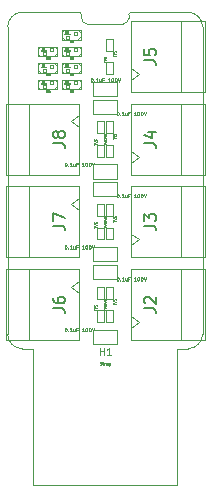
<source format=gbr>
G04 #@! TF.GenerationSoftware,KiCad,Pcbnew,(5.99.0-8557-gaf5825bd36)*
G04 #@! TF.CreationDate,2021-01-26T13:49:01+03:00*
G04 #@! TF.ProjectId,StickHub,53746963-6b48-4756-922e-6b696361645f,rev?*
G04 #@! TF.SameCoordinates,Original*
G04 #@! TF.FileFunction,AssemblyDrawing,Top*
%FSLAX46Y46*%
G04 Gerber Fmt 4.6, Leading zero omitted, Abs format (unit mm)*
G04 Created by KiCad (PCBNEW (5.99.0-8557-gaf5825bd36)) date 2021-01-26 13:49:01*
%MOMM*%
%LPD*%
G01*
G04 APERTURE LIST*
G04 #@! TA.AperFunction,Profile*
%ADD10C,0.100000*%
G04 #@! TD*
%ADD11C,0.050000*%
%ADD12C,0.150000*%
%ADD13C,0.075000*%
%ADD14C,0.031750*%
%ADD15C,0.006350*%
%ADD16C,0.125000*%
%ADD17C,0.062500*%
%ADD18C,0.100000*%
G04 APERTURE END LIST*
D10*
X152250000Y-80000000D02*
X157000000Y-80000000D01*
X148500000Y-81000000D02*
X151500000Y-81000000D01*
X157000000Y-108500000D02*
X156100000Y-108500000D01*
X141750000Y-107250000D02*
X141750000Y-81250000D01*
X156100000Y-120000000D02*
X156100000Y-108500000D01*
X148000000Y-80250000D02*
X148000000Y-80500000D01*
X152000000Y-80250000D02*
G75*
G02*
X152250000Y-80000000I250000J0D01*
G01*
X143900000Y-120000000D02*
X143900000Y-108500000D01*
X141750000Y-81250000D02*
G75*
G02*
X143000000Y-80000000I1250000J0D01*
G01*
X147750000Y-80000000D02*
G75*
G02*
X148000000Y-80250000I0J-250000D01*
G01*
X143000000Y-108500000D02*
G75*
G02*
X141750000Y-107250000I0J1250000D01*
G01*
X143900000Y-120000000D02*
X156100000Y-120000000D01*
X158250000Y-81250000D02*
X158250000Y-107250000D01*
X143000000Y-80000000D02*
X147750000Y-80000000D01*
X158250000Y-107250000D02*
G75*
G02*
X157000000Y-108500000I-1250000J0D01*
G01*
X157000000Y-80000000D02*
G75*
G02*
X158250000Y-81250000I0J-1250000D01*
G01*
X148500000Y-81000000D02*
G75*
G02*
X148000000Y-80500000I0J500000D01*
G01*
X143900000Y-108500000D02*
X143000000Y-108500000D01*
X152000000Y-80500000D02*
G75*
G02*
X151500000Y-81000000I-500000J0D01*
G01*
X152000000Y-80500000D02*
X152000000Y-80250000D01*
D11*
G04 #@! TO.C,D4*
X149890476Y-98238095D02*
X149890476Y-98123809D01*
X150090476Y-98180952D02*
X149890476Y-98180952D01*
X149890476Y-98085714D02*
X150090476Y-98019047D01*
X149890476Y-97952380D01*
X150080952Y-97895238D02*
X150090476Y-97866666D01*
X150090476Y-97819047D01*
X150080952Y-97800000D01*
X150071428Y-97790476D01*
X150052380Y-97780952D01*
X150033333Y-97780952D01*
X150014285Y-97790476D01*
X150004761Y-97800000D01*
X149995238Y-97819047D01*
X149985714Y-97857142D01*
X149976190Y-97876190D01*
X149966666Y-97885714D01*
X149947619Y-97895238D01*
X149928571Y-97895238D01*
X149909523Y-97885714D01*
X149900000Y-97876190D01*
X149890476Y-97857142D01*
X149890476Y-97809523D01*
X149900000Y-97780952D01*
D12*
G04 #@! TO.C,J7*
X145602380Y-98083333D02*
X146316666Y-98083333D01*
X146459523Y-98130952D01*
X146554761Y-98226190D01*
X146602380Y-98369047D01*
X146602380Y-98464285D01*
X145602380Y-97702380D02*
X145602380Y-97035714D01*
X146602380Y-97464285D01*
G04 #@! TO.C,J8*
X145602380Y-91083333D02*
X146316666Y-91083333D01*
X146459523Y-91130952D01*
X146554761Y-91226190D01*
X146602380Y-91369047D01*
X146602380Y-91464285D01*
X146030952Y-90464285D02*
X145983333Y-90559523D01*
X145935714Y-90607142D01*
X145840476Y-90654761D01*
X145792857Y-90654761D01*
X145697619Y-90607142D01*
X145650000Y-90559523D01*
X145602380Y-90464285D01*
X145602380Y-90273809D01*
X145650000Y-90178571D01*
X145697619Y-90130952D01*
X145792857Y-90083333D01*
X145840476Y-90083333D01*
X145935714Y-90130952D01*
X145983333Y-90178571D01*
X146030952Y-90273809D01*
X146030952Y-90464285D01*
X146078571Y-90559523D01*
X146126190Y-90607142D01*
X146221428Y-90654761D01*
X146411904Y-90654761D01*
X146507142Y-90607142D01*
X146554761Y-90559523D01*
X146602380Y-90464285D01*
X146602380Y-90273809D01*
X146554761Y-90178571D01*
X146507142Y-90130952D01*
X146411904Y-90083333D01*
X146221428Y-90083333D01*
X146126190Y-90130952D01*
X146078571Y-90178571D01*
X146030952Y-90273809D01*
D11*
G04 #@! TO.C,D10*
X149890476Y-104738095D02*
X149890476Y-104623809D01*
X150090476Y-104680952D02*
X149890476Y-104680952D01*
X149890476Y-104585714D02*
X150090476Y-104519047D01*
X149890476Y-104452380D01*
X150080952Y-104395238D02*
X150090476Y-104366666D01*
X150090476Y-104319047D01*
X150080952Y-104300000D01*
X150071428Y-104290476D01*
X150052380Y-104280952D01*
X150033333Y-104280952D01*
X150014285Y-104290476D01*
X150004761Y-104300000D01*
X149995238Y-104319047D01*
X149985714Y-104357142D01*
X149976190Y-104376190D01*
X149966666Y-104385714D01*
X149947619Y-104395238D01*
X149928571Y-104395238D01*
X149909523Y-104385714D01*
X149900000Y-104376190D01*
X149890476Y-104357142D01*
X149890476Y-104309523D01*
X149900000Y-104280952D01*
D13*
G04 #@! TO.C,C18*
X146635714Y-92735714D02*
X146664285Y-92735714D01*
X146692857Y-92750000D01*
X146707142Y-92764285D01*
X146721428Y-92792857D01*
X146735714Y-92850000D01*
X146735714Y-92921428D01*
X146721428Y-92978571D01*
X146707142Y-93007142D01*
X146692857Y-93021428D01*
X146664285Y-93035714D01*
X146635714Y-93035714D01*
X146607142Y-93021428D01*
X146592857Y-93007142D01*
X146578571Y-92978571D01*
X146564285Y-92921428D01*
X146564285Y-92850000D01*
X146578571Y-92792857D01*
X146592857Y-92764285D01*
X146607142Y-92750000D01*
X146635714Y-92735714D01*
X146864285Y-93007142D02*
X146878571Y-93021428D01*
X146864285Y-93035714D01*
X146850000Y-93021428D01*
X146864285Y-93007142D01*
X146864285Y-93035714D01*
X147164285Y-93035714D02*
X146992857Y-93035714D01*
X147078571Y-93035714D02*
X147078571Y-92735714D01*
X147050000Y-92778571D01*
X147021428Y-92807142D01*
X146992857Y-92821428D01*
X147421428Y-92835714D02*
X147421428Y-93035714D01*
X147292857Y-92835714D02*
X147292857Y-92992857D01*
X147307142Y-93021428D01*
X147335714Y-93035714D01*
X147378571Y-93035714D01*
X147407142Y-93021428D01*
X147421428Y-93007142D01*
X147664285Y-92878571D02*
X147564285Y-92878571D01*
X147564285Y-93035714D02*
X147564285Y-92735714D01*
X147707142Y-92735714D01*
X148207142Y-93035714D02*
X148035714Y-93035714D01*
X148121428Y-93035714D02*
X148121428Y-92735714D01*
X148092857Y-92778571D01*
X148064285Y-92807142D01*
X148035714Y-92821428D01*
X148392857Y-92735714D02*
X148421428Y-92735714D01*
X148450000Y-92750000D01*
X148464285Y-92764285D01*
X148478571Y-92792857D01*
X148492857Y-92850000D01*
X148492857Y-92921428D01*
X148478571Y-92978571D01*
X148464285Y-93007142D01*
X148450000Y-93021428D01*
X148421428Y-93035714D01*
X148392857Y-93035714D01*
X148364285Y-93021428D01*
X148350000Y-93007142D01*
X148335714Y-92978571D01*
X148321428Y-92921428D01*
X148321428Y-92850000D01*
X148335714Y-92792857D01*
X148350000Y-92764285D01*
X148364285Y-92750000D01*
X148392857Y-92735714D01*
X148678571Y-92735714D02*
X148707142Y-92735714D01*
X148735714Y-92750000D01*
X148750000Y-92764285D01*
X148764285Y-92792857D01*
X148778571Y-92850000D01*
X148778571Y-92921428D01*
X148764285Y-92978571D01*
X148750000Y-93007142D01*
X148735714Y-93021428D01*
X148707142Y-93035714D01*
X148678571Y-93035714D01*
X148650000Y-93021428D01*
X148635714Y-93007142D01*
X148621428Y-92978571D01*
X148607142Y-92921428D01*
X148607142Y-92850000D01*
X148621428Y-92792857D01*
X148635714Y-92764285D01*
X148650000Y-92750000D01*
X148678571Y-92735714D01*
X148864285Y-92735714D02*
X148964285Y-93035714D01*
X149064285Y-92735714D01*
G04 #@! TO.C,C16*
X146635714Y-99735714D02*
X146664285Y-99735714D01*
X146692857Y-99750000D01*
X146707142Y-99764285D01*
X146721428Y-99792857D01*
X146735714Y-99850000D01*
X146735714Y-99921428D01*
X146721428Y-99978571D01*
X146707142Y-100007142D01*
X146692857Y-100021428D01*
X146664285Y-100035714D01*
X146635714Y-100035714D01*
X146607142Y-100021428D01*
X146592857Y-100007142D01*
X146578571Y-99978571D01*
X146564285Y-99921428D01*
X146564285Y-99850000D01*
X146578571Y-99792857D01*
X146592857Y-99764285D01*
X146607142Y-99750000D01*
X146635714Y-99735714D01*
X146864285Y-100007142D02*
X146878571Y-100021428D01*
X146864285Y-100035714D01*
X146850000Y-100021428D01*
X146864285Y-100007142D01*
X146864285Y-100035714D01*
X147164285Y-100035714D02*
X146992857Y-100035714D01*
X147078571Y-100035714D02*
X147078571Y-99735714D01*
X147050000Y-99778571D01*
X147021428Y-99807142D01*
X146992857Y-99821428D01*
X147421428Y-99835714D02*
X147421428Y-100035714D01*
X147292857Y-99835714D02*
X147292857Y-99992857D01*
X147307142Y-100021428D01*
X147335714Y-100035714D01*
X147378571Y-100035714D01*
X147407142Y-100021428D01*
X147421428Y-100007142D01*
X147664285Y-99878571D02*
X147564285Y-99878571D01*
X147564285Y-100035714D02*
X147564285Y-99735714D01*
X147707142Y-99735714D01*
X148207142Y-100035714D02*
X148035714Y-100035714D01*
X148121428Y-100035714D02*
X148121428Y-99735714D01*
X148092857Y-99778571D01*
X148064285Y-99807142D01*
X148035714Y-99821428D01*
X148392857Y-99735714D02*
X148421428Y-99735714D01*
X148450000Y-99750000D01*
X148464285Y-99764285D01*
X148478571Y-99792857D01*
X148492857Y-99850000D01*
X148492857Y-99921428D01*
X148478571Y-99978571D01*
X148464285Y-100007142D01*
X148450000Y-100021428D01*
X148421428Y-100035714D01*
X148392857Y-100035714D01*
X148364285Y-100021428D01*
X148350000Y-100007142D01*
X148335714Y-99978571D01*
X148321428Y-99921428D01*
X148321428Y-99850000D01*
X148335714Y-99792857D01*
X148350000Y-99764285D01*
X148364285Y-99750000D01*
X148392857Y-99735714D01*
X148678571Y-99735714D02*
X148707142Y-99735714D01*
X148735714Y-99750000D01*
X148750000Y-99764285D01*
X148764285Y-99792857D01*
X148778571Y-99850000D01*
X148778571Y-99921428D01*
X148764285Y-99978571D01*
X148750000Y-100007142D01*
X148735714Y-100021428D01*
X148707142Y-100035714D01*
X148678571Y-100035714D01*
X148650000Y-100021428D01*
X148635714Y-100007142D01*
X148621428Y-99978571D01*
X148607142Y-99921428D01*
X148607142Y-99850000D01*
X148621428Y-99792857D01*
X148635714Y-99764285D01*
X148650000Y-99750000D01*
X148678571Y-99735714D01*
X148864285Y-99735714D02*
X148964285Y-100035714D01*
X149064285Y-99735714D01*
D14*
G04 #@! TO.C,D15*
X146992530Y-86630452D02*
X146992530Y-86733261D01*
X146998577Y-86745357D01*
X147004625Y-86751404D01*
X147016720Y-86757452D01*
X147040911Y-86757452D01*
X147053006Y-86751404D01*
X147059053Y-86745357D01*
X147065101Y-86733261D01*
X147065101Y-86630452D01*
X147119530Y-86751404D02*
X147137672Y-86757452D01*
X147167911Y-86757452D01*
X147180006Y-86751404D01*
X147186053Y-86745357D01*
X147192101Y-86733261D01*
X147192101Y-86721166D01*
X147186053Y-86709071D01*
X147180006Y-86703023D01*
X147167911Y-86696976D01*
X147143720Y-86690928D01*
X147131625Y-86684880D01*
X147125577Y-86678833D01*
X147119530Y-86666738D01*
X147119530Y-86654642D01*
X147125577Y-86642547D01*
X147131625Y-86636500D01*
X147143720Y-86630452D01*
X147173958Y-86630452D01*
X147192101Y-86636500D01*
X147288863Y-86690928D02*
X147307006Y-86696976D01*
X147313053Y-86703023D01*
X147319101Y-86715119D01*
X147319101Y-86733261D01*
X147313053Y-86745357D01*
X147307006Y-86751404D01*
X147294911Y-86757452D01*
X147246530Y-86757452D01*
X147246530Y-86630452D01*
X147288863Y-86630452D01*
X147300958Y-86636500D01*
X147307006Y-86642547D01*
X147313053Y-86654642D01*
X147313053Y-86666738D01*
X147307006Y-86678833D01*
X147300958Y-86684880D01*
X147288863Y-86690928D01*
X147246530Y-86690928D01*
D15*
X146563101Y-86037300D02*
X146560682Y-86036090D01*
X146557053Y-86036090D01*
X146553425Y-86037300D01*
X146551006Y-86039719D01*
X146549796Y-86042138D01*
X146548587Y-86046976D01*
X146548587Y-86050604D01*
X146549796Y-86055442D01*
X146551006Y-86057861D01*
X146553425Y-86060280D01*
X146557053Y-86061490D01*
X146559472Y-86061490D01*
X146563101Y-86060280D01*
X146564311Y-86059071D01*
X146564311Y-86050604D01*
X146559472Y-86050604D01*
X146589711Y-86061490D02*
X146581244Y-86049395D01*
X146575196Y-86061490D02*
X146575196Y-86036090D01*
X146584872Y-86036090D01*
X146587292Y-86037300D01*
X146588501Y-86038509D01*
X146589711Y-86040928D01*
X146589711Y-86044557D01*
X146588501Y-86046976D01*
X146587292Y-86048185D01*
X146584872Y-86049395D01*
X146575196Y-86049395D01*
X146600596Y-86048185D02*
X146609063Y-86048185D01*
X146612692Y-86061490D02*
X146600596Y-86061490D01*
X146600596Y-86036090D01*
X146612692Y-86036090D01*
X146623577Y-86048185D02*
X146632044Y-86048185D01*
X146635672Y-86061490D02*
X146623577Y-86061490D01*
X146623577Y-86036090D01*
X146635672Y-86036090D01*
X146646558Y-86061490D02*
X146646558Y-86036090D01*
X146661072Y-86061490D01*
X146661072Y-86036090D01*
X146688892Y-86036090D02*
X146703406Y-86036090D01*
X146696149Y-86061490D02*
X146696149Y-86036090D01*
X146716711Y-86036090D02*
X146721549Y-86036090D01*
X146723968Y-86037300D01*
X146726387Y-86039719D01*
X146727596Y-86044557D01*
X146727596Y-86053023D01*
X146726387Y-86057861D01*
X146723968Y-86060280D01*
X146721549Y-86061490D01*
X146716711Y-86061490D01*
X146714292Y-86060280D01*
X146711872Y-86057861D01*
X146710663Y-86053023D01*
X146710663Y-86044557D01*
X146711872Y-86039719D01*
X146714292Y-86037300D01*
X146716711Y-86036090D01*
X146738482Y-86061490D02*
X146738482Y-86036090D01*
X146748158Y-86036090D01*
X146750577Y-86037300D01*
X146751787Y-86038509D01*
X146752996Y-86040928D01*
X146752996Y-86044557D01*
X146751787Y-86046976D01*
X146750577Y-86048185D01*
X146748158Y-86049395D01*
X146738482Y-86049395D01*
X146762672Y-86060280D02*
X146766301Y-86061490D01*
X146772349Y-86061490D01*
X146774768Y-86060280D01*
X146775977Y-86059071D01*
X146777187Y-86056652D01*
X146777187Y-86054233D01*
X146775977Y-86051814D01*
X146774768Y-86050604D01*
X146772349Y-86049395D01*
X146767511Y-86048185D01*
X146765092Y-86046976D01*
X146763882Y-86045766D01*
X146762672Y-86043347D01*
X146762672Y-86040928D01*
X146763882Y-86038509D01*
X146765092Y-86037300D01*
X146767511Y-86036090D01*
X146773558Y-86036090D01*
X146777187Y-86037300D01*
X146788072Y-86061490D02*
X146788072Y-86036090D01*
X146800168Y-86061490D02*
X146800168Y-86036090D01*
X146806215Y-86036090D01*
X146809844Y-86037300D01*
X146812263Y-86039719D01*
X146813472Y-86042138D01*
X146814682Y-86046976D01*
X146814682Y-86050604D01*
X146813472Y-86055442D01*
X146812263Y-86057861D01*
X146809844Y-86060280D01*
X146806215Y-86061490D01*
X146800168Y-86061490D01*
X146825568Y-86048185D02*
X146834034Y-86048185D01*
X146837663Y-86061490D02*
X146825568Y-86061490D01*
X146825568Y-86036090D01*
X146837663Y-86036090D01*
X146867901Y-86061490D02*
X146867901Y-86036090D01*
X146876368Y-86054233D01*
X146884834Y-86036090D01*
X146884834Y-86061490D01*
X146895720Y-86054233D02*
X146907815Y-86054233D01*
X146893301Y-86061490D02*
X146901768Y-86036090D01*
X146910234Y-86061490D01*
X146933215Y-86061490D02*
X146924749Y-86049395D01*
X146918701Y-86061490D02*
X146918701Y-86036090D01*
X146928377Y-86036090D01*
X146930796Y-86037300D01*
X146932006Y-86038509D01*
X146933215Y-86040928D01*
X146933215Y-86044557D01*
X146932006Y-86046976D01*
X146930796Y-86048185D01*
X146928377Y-86049395D01*
X146918701Y-86049395D01*
X146944101Y-86061490D02*
X146944101Y-86036090D01*
X146958615Y-86061490D02*
X146947730Y-86046976D01*
X146958615Y-86036090D02*
X146944101Y-86050604D01*
X146969501Y-86048185D02*
X146977968Y-86048185D01*
X146981596Y-86061490D02*
X146969501Y-86061490D01*
X146969501Y-86036090D01*
X146981596Y-86036090D01*
X147006996Y-86061490D02*
X146998530Y-86049395D01*
X146992482Y-86061490D02*
X146992482Y-86036090D01*
X147002158Y-86036090D01*
X147004577Y-86037300D01*
X147005787Y-86038509D01*
X147006996Y-86040928D01*
X147006996Y-86044557D01*
X147005787Y-86046976D01*
X147004577Y-86048185D01*
X147002158Y-86049395D01*
X146992482Y-86049395D01*
D13*
G04 #@! TO.C,C14*
X146635714Y-106735714D02*
X146664285Y-106735714D01*
X146692857Y-106750000D01*
X146707142Y-106764285D01*
X146721428Y-106792857D01*
X146735714Y-106850000D01*
X146735714Y-106921428D01*
X146721428Y-106978571D01*
X146707142Y-107007142D01*
X146692857Y-107021428D01*
X146664285Y-107035714D01*
X146635714Y-107035714D01*
X146607142Y-107021428D01*
X146592857Y-107007142D01*
X146578571Y-106978571D01*
X146564285Y-106921428D01*
X146564285Y-106850000D01*
X146578571Y-106792857D01*
X146592857Y-106764285D01*
X146607142Y-106750000D01*
X146635714Y-106735714D01*
X146864285Y-107007142D02*
X146878571Y-107021428D01*
X146864285Y-107035714D01*
X146850000Y-107021428D01*
X146864285Y-107007142D01*
X146864285Y-107035714D01*
X147164285Y-107035714D02*
X146992857Y-107035714D01*
X147078571Y-107035714D02*
X147078571Y-106735714D01*
X147050000Y-106778571D01*
X147021428Y-106807142D01*
X146992857Y-106821428D01*
X147421428Y-106835714D02*
X147421428Y-107035714D01*
X147292857Y-106835714D02*
X147292857Y-106992857D01*
X147307142Y-107021428D01*
X147335714Y-107035714D01*
X147378571Y-107035714D01*
X147407142Y-107021428D01*
X147421428Y-107007142D01*
X147664285Y-106878571D02*
X147564285Y-106878571D01*
X147564285Y-107035714D02*
X147564285Y-106735714D01*
X147707142Y-106735714D01*
X148207142Y-107035714D02*
X148035714Y-107035714D01*
X148121428Y-107035714D02*
X148121428Y-106735714D01*
X148092857Y-106778571D01*
X148064285Y-106807142D01*
X148035714Y-106821428D01*
X148392857Y-106735714D02*
X148421428Y-106735714D01*
X148450000Y-106750000D01*
X148464285Y-106764285D01*
X148478571Y-106792857D01*
X148492857Y-106850000D01*
X148492857Y-106921428D01*
X148478571Y-106978571D01*
X148464285Y-107007142D01*
X148450000Y-107021428D01*
X148421428Y-107035714D01*
X148392857Y-107035714D01*
X148364285Y-107021428D01*
X148350000Y-107007142D01*
X148335714Y-106978571D01*
X148321428Y-106921428D01*
X148321428Y-106850000D01*
X148335714Y-106792857D01*
X148350000Y-106764285D01*
X148364285Y-106750000D01*
X148392857Y-106735714D01*
X148678571Y-106735714D02*
X148707142Y-106735714D01*
X148735714Y-106750000D01*
X148750000Y-106764285D01*
X148764285Y-106792857D01*
X148778571Y-106850000D01*
X148778571Y-106921428D01*
X148764285Y-106978571D01*
X148750000Y-107007142D01*
X148735714Y-107021428D01*
X148707142Y-107035714D01*
X148678571Y-107035714D01*
X148650000Y-107021428D01*
X148635714Y-107007142D01*
X148621428Y-106978571D01*
X148607142Y-106921428D01*
X148607142Y-106850000D01*
X148621428Y-106792857D01*
X148635714Y-106764285D01*
X148650000Y-106750000D01*
X148678571Y-106735714D01*
X148864285Y-106735714D02*
X148964285Y-107035714D01*
X149064285Y-106735714D01*
D11*
G04 #@! TO.C,D8*
X149890476Y-84238095D02*
X149890476Y-84123809D01*
X150090476Y-84180952D02*
X149890476Y-84180952D01*
X149890476Y-84085714D02*
X150090476Y-84019047D01*
X149890476Y-83952380D01*
X150080952Y-83895238D02*
X150090476Y-83866666D01*
X150090476Y-83819047D01*
X150080952Y-83800000D01*
X150071428Y-83790476D01*
X150052380Y-83780952D01*
X150033333Y-83780952D01*
X150014285Y-83790476D01*
X150004761Y-83800000D01*
X149995238Y-83819047D01*
X149985714Y-83857142D01*
X149976190Y-83876190D01*
X149966666Y-83885714D01*
X149947619Y-83895238D01*
X149928571Y-83895238D01*
X149909523Y-83885714D01*
X149900000Y-83876190D01*
X149890476Y-83857142D01*
X149890476Y-83809523D01*
X149900000Y-83780952D01*
G04 #@! TO.C,D9*
X149090476Y-105238095D02*
X149090476Y-105123809D01*
X149290476Y-105180952D02*
X149090476Y-105180952D01*
X149090476Y-105085714D02*
X149290476Y-105019047D01*
X149090476Y-104952380D01*
X149280952Y-104895238D02*
X149290476Y-104866666D01*
X149290476Y-104819047D01*
X149280952Y-104800000D01*
X149271428Y-104790476D01*
X149252380Y-104780952D01*
X149233333Y-104780952D01*
X149214285Y-104790476D01*
X149204761Y-104800000D01*
X149195238Y-104819047D01*
X149185714Y-104857142D01*
X149176190Y-104876190D01*
X149166666Y-104885714D01*
X149147619Y-104895238D01*
X149128571Y-104895238D01*
X149109523Y-104885714D01*
X149100000Y-104876190D01*
X149090476Y-104857142D01*
X149090476Y-104809523D01*
X149100000Y-104780952D01*
D14*
G04 #@! TO.C,D16*
X146992530Y-85230452D02*
X146992530Y-85333261D01*
X146998577Y-85345357D01*
X147004625Y-85351404D01*
X147016720Y-85357452D01*
X147040911Y-85357452D01*
X147053006Y-85351404D01*
X147059053Y-85345357D01*
X147065101Y-85333261D01*
X147065101Y-85230452D01*
X147119530Y-85351404D02*
X147137672Y-85357452D01*
X147167911Y-85357452D01*
X147180006Y-85351404D01*
X147186053Y-85345357D01*
X147192101Y-85333261D01*
X147192101Y-85321166D01*
X147186053Y-85309071D01*
X147180006Y-85303023D01*
X147167911Y-85296976D01*
X147143720Y-85290928D01*
X147131625Y-85284880D01*
X147125577Y-85278833D01*
X147119530Y-85266738D01*
X147119530Y-85254642D01*
X147125577Y-85242547D01*
X147131625Y-85236500D01*
X147143720Y-85230452D01*
X147173958Y-85230452D01*
X147192101Y-85236500D01*
X147288863Y-85290928D02*
X147307006Y-85296976D01*
X147313053Y-85303023D01*
X147319101Y-85315119D01*
X147319101Y-85333261D01*
X147313053Y-85345357D01*
X147307006Y-85351404D01*
X147294911Y-85357452D01*
X147246530Y-85357452D01*
X147246530Y-85230452D01*
X147288863Y-85230452D01*
X147300958Y-85236500D01*
X147307006Y-85242547D01*
X147313053Y-85254642D01*
X147313053Y-85266738D01*
X147307006Y-85278833D01*
X147300958Y-85284880D01*
X147288863Y-85290928D01*
X147246530Y-85290928D01*
D15*
X146563101Y-84637300D02*
X146560682Y-84636090D01*
X146557053Y-84636090D01*
X146553425Y-84637300D01*
X146551006Y-84639719D01*
X146549796Y-84642138D01*
X146548587Y-84646976D01*
X146548587Y-84650604D01*
X146549796Y-84655442D01*
X146551006Y-84657861D01*
X146553425Y-84660280D01*
X146557053Y-84661490D01*
X146559472Y-84661490D01*
X146563101Y-84660280D01*
X146564311Y-84659071D01*
X146564311Y-84650604D01*
X146559472Y-84650604D01*
X146589711Y-84661490D02*
X146581244Y-84649395D01*
X146575196Y-84661490D02*
X146575196Y-84636090D01*
X146584872Y-84636090D01*
X146587292Y-84637300D01*
X146588501Y-84638509D01*
X146589711Y-84640928D01*
X146589711Y-84644557D01*
X146588501Y-84646976D01*
X146587292Y-84648185D01*
X146584872Y-84649395D01*
X146575196Y-84649395D01*
X146600596Y-84648185D02*
X146609063Y-84648185D01*
X146612692Y-84661490D02*
X146600596Y-84661490D01*
X146600596Y-84636090D01*
X146612692Y-84636090D01*
X146623577Y-84648185D02*
X146632044Y-84648185D01*
X146635672Y-84661490D02*
X146623577Y-84661490D01*
X146623577Y-84636090D01*
X146635672Y-84636090D01*
X146646558Y-84661490D02*
X146646558Y-84636090D01*
X146661072Y-84661490D01*
X146661072Y-84636090D01*
X146688892Y-84636090D02*
X146703406Y-84636090D01*
X146696149Y-84661490D02*
X146696149Y-84636090D01*
X146716711Y-84636090D02*
X146721549Y-84636090D01*
X146723968Y-84637300D01*
X146726387Y-84639719D01*
X146727596Y-84644557D01*
X146727596Y-84653023D01*
X146726387Y-84657861D01*
X146723968Y-84660280D01*
X146721549Y-84661490D01*
X146716711Y-84661490D01*
X146714292Y-84660280D01*
X146711872Y-84657861D01*
X146710663Y-84653023D01*
X146710663Y-84644557D01*
X146711872Y-84639719D01*
X146714292Y-84637300D01*
X146716711Y-84636090D01*
X146738482Y-84661490D02*
X146738482Y-84636090D01*
X146748158Y-84636090D01*
X146750577Y-84637300D01*
X146751787Y-84638509D01*
X146752996Y-84640928D01*
X146752996Y-84644557D01*
X146751787Y-84646976D01*
X146750577Y-84648185D01*
X146748158Y-84649395D01*
X146738482Y-84649395D01*
X146762672Y-84660280D02*
X146766301Y-84661490D01*
X146772349Y-84661490D01*
X146774768Y-84660280D01*
X146775977Y-84659071D01*
X146777187Y-84656652D01*
X146777187Y-84654233D01*
X146775977Y-84651814D01*
X146774768Y-84650604D01*
X146772349Y-84649395D01*
X146767511Y-84648185D01*
X146765092Y-84646976D01*
X146763882Y-84645766D01*
X146762672Y-84643347D01*
X146762672Y-84640928D01*
X146763882Y-84638509D01*
X146765092Y-84637300D01*
X146767511Y-84636090D01*
X146773558Y-84636090D01*
X146777187Y-84637300D01*
X146788072Y-84661490D02*
X146788072Y-84636090D01*
X146800168Y-84661490D02*
X146800168Y-84636090D01*
X146806215Y-84636090D01*
X146809844Y-84637300D01*
X146812263Y-84639719D01*
X146813472Y-84642138D01*
X146814682Y-84646976D01*
X146814682Y-84650604D01*
X146813472Y-84655442D01*
X146812263Y-84657861D01*
X146809844Y-84660280D01*
X146806215Y-84661490D01*
X146800168Y-84661490D01*
X146825568Y-84648185D02*
X146834034Y-84648185D01*
X146837663Y-84661490D02*
X146825568Y-84661490D01*
X146825568Y-84636090D01*
X146837663Y-84636090D01*
X146867901Y-84661490D02*
X146867901Y-84636090D01*
X146876368Y-84654233D01*
X146884834Y-84636090D01*
X146884834Y-84661490D01*
X146895720Y-84654233D02*
X146907815Y-84654233D01*
X146893301Y-84661490D02*
X146901768Y-84636090D01*
X146910234Y-84661490D01*
X146933215Y-84661490D02*
X146924749Y-84649395D01*
X146918701Y-84661490D02*
X146918701Y-84636090D01*
X146928377Y-84636090D01*
X146930796Y-84637300D01*
X146932006Y-84638509D01*
X146933215Y-84640928D01*
X146933215Y-84644557D01*
X146932006Y-84646976D01*
X146930796Y-84648185D01*
X146928377Y-84649395D01*
X146918701Y-84649395D01*
X146944101Y-84661490D02*
X146944101Y-84636090D01*
X146958615Y-84661490D02*
X146947730Y-84646976D01*
X146958615Y-84636090D02*
X146944101Y-84650604D01*
X146969501Y-84648185D02*
X146977968Y-84648185D01*
X146981596Y-84661490D02*
X146969501Y-84661490D01*
X146969501Y-84636090D01*
X146981596Y-84636090D01*
X147006996Y-84661490D02*
X146998530Y-84649395D01*
X146992482Y-84661490D02*
X146992482Y-84636090D01*
X147002158Y-84636090D01*
X147004577Y-84637300D01*
X147005787Y-84638509D01*
X147006996Y-84640928D01*
X147006996Y-84644557D01*
X147005787Y-84646976D01*
X147004577Y-84648185D01*
X147002158Y-84649395D01*
X146992482Y-84649395D01*
D11*
G04 #@! TO.C,D1*
X150690476Y-104738095D02*
X150690476Y-104623809D01*
X150890476Y-104680952D02*
X150690476Y-104680952D01*
X150690476Y-104585714D02*
X150890476Y-104519047D01*
X150690476Y-104452380D01*
X150880952Y-104395238D02*
X150890476Y-104366666D01*
X150890476Y-104319047D01*
X150880952Y-104300000D01*
X150871428Y-104290476D01*
X150852380Y-104280952D01*
X150833333Y-104280952D01*
X150814285Y-104290476D01*
X150804761Y-104300000D01*
X150795238Y-104319047D01*
X150785714Y-104357142D01*
X150776190Y-104376190D01*
X150766666Y-104385714D01*
X150747619Y-104395238D01*
X150728571Y-104395238D01*
X150709523Y-104385714D01*
X150700000Y-104376190D01*
X150690476Y-104357142D01*
X150690476Y-104309523D01*
X150700000Y-104280952D01*
G04 #@! TO.C,D5*
X150690476Y-90738095D02*
X150690476Y-90623809D01*
X150890476Y-90680952D02*
X150690476Y-90680952D01*
X150690476Y-90585714D02*
X150890476Y-90519047D01*
X150690476Y-90452380D01*
X150880952Y-90395238D02*
X150890476Y-90366666D01*
X150890476Y-90319047D01*
X150880952Y-90300000D01*
X150871428Y-90290476D01*
X150852380Y-90280952D01*
X150833333Y-90280952D01*
X150814285Y-90290476D01*
X150804761Y-90300000D01*
X150795238Y-90319047D01*
X150785714Y-90357142D01*
X150776190Y-90376190D01*
X150766666Y-90385714D01*
X150747619Y-90395238D01*
X150728571Y-90395238D01*
X150709523Y-90385714D01*
X150700000Y-90376190D01*
X150690476Y-90357142D01*
X150690476Y-90309523D01*
X150700000Y-90280952D01*
G04 #@! TO.C,D3*
X150690476Y-97738095D02*
X150690476Y-97623809D01*
X150890476Y-97680952D02*
X150690476Y-97680952D01*
X150690476Y-97585714D02*
X150890476Y-97519047D01*
X150690476Y-97452380D01*
X150880952Y-97395238D02*
X150890476Y-97366666D01*
X150890476Y-97319047D01*
X150880952Y-97300000D01*
X150871428Y-97290476D01*
X150852380Y-97280952D01*
X150833333Y-97280952D01*
X150814285Y-97290476D01*
X150804761Y-97300000D01*
X150795238Y-97319047D01*
X150785714Y-97357142D01*
X150776190Y-97376190D01*
X150766666Y-97385714D01*
X150747619Y-97395238D01*
X150728571Y-97395238D01*
X150709523Y-97385714D01*
X150700000Y-97376190D01*
X150690476Y-97357142D01*
X150690476Y-97309523D01*
X150700000Y-97280952D01*
D13*
G04 #@! TO.C,C15*
X151035714Y-102435714D02*
X151064285Y-102435714D01*
X151092857Y-102450000D01*
X151107142Y-102464285D01*
X151121428Y-102492857D01*
X151135714Y-102550000D01*
X151135714Y-102621428D01*
X151121428Y-102678571D01*
X151107142Y-102707142D01*
X151092857Y-102721428D01*
X151064285Y-102735714D01*
X151035714Y-102735714D01*
X151007142Y-102721428D01*
X150992857Y-102707142D01*
X150978571Y-102678571D01*
X150964285Y-102621428D01*
X150964285Y-102550000D01*
X150978571Y-102492857D01*
X150992857Y-102464285D01*
X151007142Y-102450000D01*
X151035714Y-102435714D01*
X151264285Y-102707142D02*
X151278571Y-102721428D01*
X151264285Y-102735714D01*
X151250000Y-102721428D01*
X151264285Y-102707142D01*
X151264285Y-102735714D01*
X151564285Y-102735714D02*
X151392857Y-102735714D01*
X151478571Y-102735714D02*
X151478571Y-102435714D01*
X151450000Y-102478571D01*
X151421428Y-102507142D01*
X151392857Y-102521428D01*
X151821428Y-102535714D02*
X151821428Y-102735714D01*
X151692857Y-102535714D02*
X151692857Y-102692857D01*
X151707142Y-102721428D01*
X151735714Y-102735714D01*
X151778571Y-102735714D01*
X151807142Y-102721428D01*
X151821428Y-102707142D01*
X152064285Y-102578571D02*
X151964285Y-102578571D01*
X151964285Y-102735714D02*
X151964285Y-102435714D01*
X152107142Y-102435714D01*
X152607142Y-102735714D02*
X152435714Y-102735714D01*
X152521428Y-102735714D02*
X152521428Y-102435714D01*
X152492857Y-102478571D01*
X152464285Y-102507142D01*
X152435714Y-102521428D01*
X152792857Y-102435714D02*
X152821428Y-102435714D01*
X152850000Y-102450000D01*
X152864285Y-102464285D01*
X152878571Y-102492857D01*
X152892857Y-102550000D01*
X152892857Y-102621428D01*
X152878571Y-102678571D01*
X152864285Y-102707142D01*
X152850000Y-102721428D01*
X152821428Y-102735714D01*
X152792857Y-102735714D01*
X152764285Y-102721428D01*
X152750000Y-102707142D01*
X152735714Y-102678571D01*
X152721428Y-102621428D01*
X152721428Y-102550000D01*
X152735714Y-102492857D01*
X152750000Y-102464285D01*
X152764285Y-102450000D01*
X152792857Y-102435714D01*
X153078571Y-102435714D02*
X153107142Y-102435714D01*
X153135714Y-102450000D01*
X153150000Y-102464285D01*
X153164285Y-102492857D01*
X153178571Y-102550000D01*
X153178571Y-102621428D01*
X153164285Y-102678571D01*
X153150000Y-102707142D01*
X153135714Y-102721428D01*
X153107142Y-102735714D01*
X153078571Y-102735714D01*
X153050000Y-102721428D01*
X153035714Y-102707142D01*
X153021428Y-102678571D01*
X153007142Y-102621428D01*
X153007142Y-102550000D01*
X153021428Y-102492857D01*
X153035714Y-102464285D01*
X153050000Y-102450000D01*
X153078571Y-102435714D01*
X153264285Y-102435714D02*
X153364285Y-102735714D01*
X153464285Y-102435714D01*
D12*
G04 #@! TO.C,J2*
X153302380Y-105083333D02*
X154016666Y-105083333D01*
X154159523Y-105130952D01*
X154254761Y-105226190D01*
X154302380Y-105369047D01*
X154302380Y-105464285D01*
X153397619Y-104654761D02*
X153350000Y-104607142D01*
X153302380Y-104511904D01*
X153302380Y-104273809D01*
X153350000Y-104178571D01*
X153397619Y-104130952D01*
X153492857Y-104083333D01*
X153588095Y-104083333D01*
X153730952Y-104130952D01*
X154302380Y-104702380D01*
X154302380Y-104083333D01*
D14*
G04 #@! TO.C,D19*
X144992530Y-86630452D02*
X144992530Y-86733261D01*
X144998577Y-86745357D01*
X145004625Y-86751404D01*
X145016720Y-86757452D01*
X145040911Y-86757452D01*
X145053006Y-86751404D01*
X145059053Y-86745357D01*
X145065101Y-86733261D01*
X145065101Y-86630452D01*
X145119530Y-86751404D02*
X145137672Y-86757452D01*
X145167911Y-86757452D01*
X145180006Y-86751404D01*
X145186053Y-86745357D01*
X145192101Y-86733261D01*
X145192101Y-86721166D01*
X145186053Y-86709071D01*
X145180006Y-86703023D01*
X145167911Y-86696976D01*
X145143720Y-86690928D01*
X145131625Y-86684880D01*
X145125577Y-86678833D01*
X145119530Y-86666738D01*
X145119530Y-86654642D01*
X145125577Y-86642547D01*
X145131625Y-86636500D01*
X145143720Y-86630452D01*
X145173958Y-86630452D01*
X145192101Y-86636500D01*
X145288863Y-86690928D02*
X145307006Y-86696976D01*
X145313053Y-86703023D01*
X145319101Y-86715119D01*
X145319101Y-86733261D01*
X145313053Y-86745357D01*
X145307006Y-86751404D01*
X145294911Y-86757452D01*
X145246530Y-86757452D01*
X145246530Y-86630452D01*
X145288863Y-86630452D01*
X145300958Y-86636500D01*
X145307006Y-86642547D01*
X145313053Y-86654642D01*
X145313053Y-86666738D01*
X145307006Y-86678833D01*
X145300958Y-86684880D01*
X145288863Y-86690928D01*
X145246530Y-86690928D01*
D15*
X144563101Y-86037300D02*
X144560682Y-86036090D01*
X144557053Y-86036090D01*
X144553425Y-86037300D01*
X144551006Y-86039719D01*
X144549796Y-86042138D01*
X144548587Y-86046976D01*
X144548587Y-86050604D01*
X144549796Y-86055442D01*
X144551006Y-86057861D01*
X144553425Y-86060280D01*
X144557053Y-86061490D01*
X144559472Y-86061490D01*
X144563101Y-86060280D01*
X144564311Y-86059071D01*
X144564311Y-86050604D01*
X144559472Y-86050604D01*
X144589711Y-86061490D02*
X144581244Y-86049395D01*
X144575196Y-86061490D02*
X144575196Y-86036090D01*
X144584872Y-86036090D01*
X144587292Y-86037300D01*
X144588501Y-86038509D01*
X144589711Y-86040928D01*
X144589711Y-86044557D01*
X144588501Y-86046976D01*
X144587292Y-86048185D01*
X144584872Y-86049395D01*
X144575196Y-86049395D01*
X144600596Y-86048185D02*
X144609063Y-86048185D01*
X144612692Y-86061490D02*
X144600596Y-86061490D01*
X144600596Y-86036090D01*
X144612692Y-86036090D01*
X144623577Y-86048185D02*
X144632044Y-86048185D01*
X144635672Y-86061490D02*
X144623577Y-86061490D01*
X144623577Y-86036090D01*
X144635672Y-86036090D01*
X144646558Y-86061490D02*
X144646558Y-86036090D01*
X144661072Y-86061490D01*
X144661072Y-86036090D01*
X144688892Y-86036090D02*
X144703406Y-86036090D01*
X144696149Y-86061490D02*
X144696149Y-86036090D01*
X144716711Y-86036090D02*
X144721549Y-86036090D01*
X144723968Y-86037300D01*
X144726387Y-86039719D01*
X144727596Y-86044557D01*
X144727596Y-86053023D01*
X144726387Y-86057861D01*
X144723968Y-86060280D01*
X144721549Y-86061490D01*
X144716711Y-86061490D01*
X144714292Y-86060280D01*
X144711872Y-86057861D01*
X144710663Y-86053023D01*
X144710663Y-86044557D01*
X144711872Y-86039719D01*
X144714292Y-86037300D01*
X144716711Y-86036090D01*
X144738482Y-86061490D02*
X144738482Y-86036090D01*
X144748158Y-86036090D01*
X144750577Y-86037300D01*
X144751787Y-86038509D01*
X144752996Y-86040928D01*
X144752996Y-86044557D01*
X144751787Y-86046976D01*
X144750577Y-86048185D01*
X144748158Y-86049395D01*
X144738482Y-86049395D01*
X144762672Y-86060280D02*
X144766301Y-86061490D01*
X144772349Y-86061490D01*
X144774768Y-86060280D01*
X144775977Y-86059071D01*
X144777187Y-86056652D01*
X144777187Y-86054233D01*
X144775977Y-86051814D01*
X144774768Y-86050604D01*
X144772349Y-86049395D01*
X144767511Y-86048185D01*
X144765092Y-86046976D01*
X144763882Y-86045766D01*
X144762672Y-86043347D01*
X144762672Y-86040928D01*
X144763882Y-86038509D01*
X144765092Y-86037300D01*
X144767511Y-86036090D01*
X144773558Y-86036090D01*
X144777187Y-86037300D01*
X144788072Y-86061490D02*
X144788072Y-86036090D01*
X144800168Y-86061490D02*
X144800168Y-86036090D01*
X144806215Y-86036090D01*
X144809844Y-86037300D01*
X144812263Y-86039719D01*
X144813472Y-86042138D01*
X144814682Y-86046976D01*
X144814682Y-86050604D01*
X144813472Y-86055442D01*
X144812263Y-86057861D01*
X144809844Y-86060280D01*
X144806215Y-86061490D01*
X144800168Y-86061490D01*
X144825568Y-86048185D02*
X144834034Y-86048185D01*
X144837663Y-86061490D02*
X144825568Y-86061490D01*
X144825568Y-86036090D01*
X144837663Y-86036090D01*
X144867901Y-86061490D02*
X144867901Y-86036090D01*
X144876368Y-86054233D01*
X144884834Y-86036090D01*
X144884834Y-86061490D01*
X144895720Y-86054233D02*
X144907815Y-86054233D01*
X144893301Y-86061490D02*
X144901768Y-86036090D01*
X144910234Y-86061490D01*
X144933215Y-86061490D02*
X144924749Y-86049395D01*
X144918701Y-86061490D02*
X144918701Y-86036090D01*
X144928377Y-86036090D01*
X144930796Y-86037300D01*
X144932006Y-86038509D01*
X144933215Y-86040928D01*
X144933215Y-86044557D01*
X144932006Y-86046976D01*
X144930796Y-86048185D01*
X144928377Y-86049395D01*
X144918701Y-86049395D01*
X144944101Y-86061490D02*
X144944101Y-86036090D01*
X144958615Y-86061490D02*
X144947730Y-86046976D01*
X144958615Y-86036090D02*
X144944101Y-86050604D01*
X144969501Y-86048185D02*
X144977968Y-86048185D01*
X144981596Y-86061490D02*
X144969501Y-86061490D01*
X144969501Y-86036090D01*
X144981596Y-86036090D01*
X145006996Y-86061490D02*
X144998530Y-86049395D01*
X144992482Y-86061490D02*
X144992482Y-86036090D01*
X145002158Y-86036090D01*
X145004577Y-86037300D01*
X145005787Y-86038509D01*
X145006996Y-86040928D01*
X145006996Y-86044557D01*
X145005787Y-86046976D01*
X145004577Y-86048185D01*
X145002158Y-86049395D01*
X144992482Y-86049395D01*
D12*
G04 #@! TO.C,J5*
X153302380Y-84083333D02*
X154016666Y-84083333D01*
X154159523Y-84130952D01*
X154254761Y-84226190D01*
X154302380Y-84369047D01*
X154302380Y-84464285D01*
X153302380Y-83130952D02*
X153302380Y-83607142D01*
X153778571Y-83654761D01*
X153730952Y-83607142D01*
X153683333Y-83511904D01*
X153683333Y-83273809D01*
X153730952Y-83178571D01*
X153778571Y-83130952D01*
X153873809Y-83083333D01*
X154111904Y-83083333D01*
X154207142Y-83130952D01*
X154254761Y-83178571D01*
X154302380Y-83273809D01*
X154302380Y-83511904D01*
X154254761Y-83607142D01*
X154207142Y-83654761D01*
D13*
G04 #@! TO.C,C20*
X148835714Y-85585714D02*
X148864285Y-85585714D01*
X148892857Y-85600000D01*
X148907142Y-85614285D01*
X148921428Y-85642857D01*
X148935714Y-85700000D01*
X148935714Y-85771428D01*
X148921428Y-85828571D01*
X148907142Y-85857142D01*
X148892857Y-85871428D01*
X148864285Y-85885714D01*
X148835714Y-85885714D01*
X148807142Y-85871428D01*
X148792857Y-85857142D01*
X148778571Y-85828571D01*
X148764285Y-85771428D01*
X148764285Y-85700000D01*
X148778571Y-85642857D01*
X148792857Y-85614285D01*
X148807142Y-85600000D01*
X148835714Y-85585714D01*
X149064285Y-85857142D02*
X149078571Y-85871428D01*
X149064285Y-85885714D01*
X149050000Y-85871428D01*
X149064285Y-85857142D01*
X149064285Y-85885714D01*
X149364285Y-85885714D02*
X149192857Y-85885714D01*
X149278571Y-85885714D02*
X149278571Y-85585714D01*
X149250000Y-85628571D01*
X149221428Y-85657142D01*
X149192857Y-85671428D01*
X149621428Y-85685714D02*
X149621428Y-85885714D01*
X149492857Y-85685714D02*
X149492857Y-85842857D01*
X149507142Y-85871428D01*
X149535714Y-85885714D01*
X149578571Y-85885714D01*
X149607142Y-85871428D01*
X149621428Y-85857142D01*
X149864285Y-85728571D02*
X149764285Y-85728571D01*
X149764285Y-85885714D02*
X149764285Y-85585714D01*
X149907142Y-85585714D01*
X150407142Y-85885714D02*
X150235714Y-85885714D01*
X150321428Y-85885714D02*
X150321428Y-85585714D01*
X150292857Y-85628571D01*
X150264285Y-85657142D01*
X150235714Y-85671428D01*
X150592857Y-85585714D02*
X150621428Y-85585714D01*
X150650000Y-85600000D01*
X150664285Y-85614285D01*
X150678571Y-85642857D01*
X150692857Y-85700000D01*
X150692857Y-85771428D01*
X150678571Y-85828571D01*
X150664285Y-85857142D01*
X150650000Y-85871428D01*
X150621428Y-85885714D01*
X150592857Y-85885714D01*
X150564285Y-85871428D01*
X150550000Y-85857142D01*
X150535714Y-85828571D01*
X150521428Y-85771428D01*
X150521428Y-85700000D01*
X150535714Y-85642857D01*
X150550000Y-85614285D01*
X150564285Y-85600000D01*
X150592857Y-85585714D01*
X150878571Y-85585714D02*
X150907142Y-85585714D01*
X150935714Y-85600000D01*
X150950000Y-85614285D01*
X150964285Y-85642857D01*
X150978571Y-85700000D01*
X150978571Y-85771428D01*
X150964285Y-85828571D01*
X150950000Y-85857142D01*
X150935714Y-85871428D01*
X150907142Y-85885714D01*
X150878571Y-85885714D01*
X150850000Y-85871428D01*
X150835714Y-85857142D01*
X150821428Y-85828571D01*
X150807142Y-85771428D01*
X150807142Y-85700000D01*
X150821428Y-85642857D01*
X150835714Y-85614285D01*
X150850000Y-85600000D01*
X150878571Y-85585714D01*
X151064285Y-85585714D02*
X151164285Y-85885714D01*
X151264285Y-85585714D01*
D14*
G04 #@! TO.C,D20*
X144992530Y-85230452D02*
X144992530Y-85333261D01*
X144998577Y-85345357D01*
X145004625Y-85351404D01*
X145016720Y-85357452D01*
X145040911Y-85357452D01*
X145053006Y-85351404D01*
X145059053Y-85345357D01*
X145065101Y-85333261D01*
X145065101Y-85230452D01*
X145119530Y-85351404D02*
X145137672Y-85357452D01*
X145167911Y-85357452D01*
X145180006Y-85351404D01*
X145186053Y-85345357D01*
X145192101Y-85333261D01*
X145192101Y-85321166D01*
X145186053Y-85309071D01*
X145180006Y-85303023D01*
X145167911Y-85296976D01*
X145143720Y-85290928D01*
X145131625Y-85284880D01*
X145125577Y-85278833D01*
X145119530Y-85266738D01*
X145119530Y-85254642D01*
X145125577Y-85242547D01*
X145131625Y-85236500D01*
X145143720Y-85230452D01*
X145173958Y-85230452D01*
X145192101Y-85236500D01*
X145288863Y-85290928D02*
X145307006Y-85296976D01*
X145313053Y-85303023D01*
X145319101Y-85315119D01*
X145319101Y-85333261D01*
X145313053Y-85345357D01*
X145307006Y-85351404D01*
X145294911Y-85357452D01*
X145246530Y-85357452D01*
X145246530Y-85230452D01*
X145288863Y-85230452D01*
X145300958Y-85236500D01*
X145307006Y-85242547D01*
X145313053Y-85254642D01*
X145313053Y-85266738D01*
X145307006Y-85278833D01*
X145300958Y-85284880D01*
X145288863Y-85290928D01*
X145246530Y-85290928D01*
D15*
X144563101Y-84637300D02*
X144560682Y-84636090D01*
X144557053Y-84636090D01*
X144553425Y-84637300D01*
X144551006Y-84639719D01*
X144549796Y-84642138D01*
X144548587Y-84646976D01*
X144548587Y-84650604D01*
X144549796Y-84655442D01*
X144551006Y-84657861D01*
X144553425Y-84660280D01*
X144557053Y-84661490D01*
X144559472Y-84661490D01*
X144563101Y-84660280D01*
X144564311Y-84659071D01*
X144564311Y-84650604D01*
X144559472Y-84650604D01*
X144589711Y-84661490D02*
X144581244Y-84649395D01*
X144575196Y-84661490D02*
X144575196Y-84636090D01*
X144584872Y-84636090D01*
X144587292Y-84637300D01*
X144588501Y-84638509D01*
X144589711Y-84640928D01*
X144589711Y-84644557D01*
X144588501Y-84646976D01*
X144587292Y-84648185D01*
X144584872Y-84649395D01*
X144575196Y-84649395D01*
X144600596Y-84648185D02*
X144609063Y-84648185D01*
X144612692Y-84661490D02*
X144600596Y-84661490D01*
X144600596Y-84636090D01*
X144612692Y-84636090D01*
X144623577Y-84648185D02*
X144632044Y-84648185D01*
X144635672Y-84661490D02*
X144623577Y-84661490D01*
X144623577Y-84636090D01*
X144635672Y-84636090D01*
X144646558Y-84661490D02*
X144646558Y-84636090D01*
X144661072Y-84661490D01*
X144661072Y-84636090D01*
X144688892Y-84636090D02*
X144703406Y-84636090D01*
X144696149Y-84661490D02*
X144696149Y-84636090D01*
X144716711Y-84636090D02*
X144721549Y-84636090D01*
X144723968Y-84637300D01*
X144726387Y-84639719D01*
X144727596Y-84644557D01*
X144727596Y-84653023D01*
X144726387Y-84657861D01*
X144723968Y-84660280D01*
X144721549Y-84661490D01*
X144716711Y-84661490D01*
X144714292Y-84660280D01*
X144711872Y-84657861D01*
X144710663Y-84653023D01*
X144710663Y-84644557D01*
X144711872Y-84639719D01*
X144714292Y-84637300D01*
X144716711Y-84636090D01*
X144738482Y-84661490D02*
X144738482Y-84636090D01*
X144748158Y-84636090D01*
X144750577Y-84637300D01*
X144751787Y-84638509D01*
X144752996Y-84640928D01*
X144752996Y-84644557D01*
X144751787Y-84646976D01*
X144750577Y-84648185D01*
X144748158Y-84649395D01*
X144738482Y-84649395D01*
X144762672Y-84660280D02*
X144766301Y-84661490D01*
X144772349Y-84661490D01*
X144774768Y-84660280D01*
X144775977Y-84659071D01*
X144777187Y-84656652D01*
X144777187Y-84654233D01*
X144775977Y-84651814D01*
X144774768Y-84650604D01*
X144772349Y-84649395D01*
X144767511Y-84648185D01*
X144765092Y-84646976D01*
X144763882Y-84645766D01*
X144762672Y-84643347D01*
X144762672Y-84640928D01*
X144763882Y-84638509D01*
X144765092Y-84637300D01*
X144767511Y-84636090D01*
X144773558Y-84636090D01*
X144777187Y-84637300D01*
X144788072Y-84661490D02*
X144788072Y-84636090D01*
X144800168Y-84661490D02*
X144800168Y-84636090D01*
X144806215Y-84636090D01*
X144809844Y-84637300D01*
X144812263Y-84639719D01*
X144813472Y-84642138D01*
X144814682Y-84646976D01*
X144814682Y-84650604D01*
X144813472Y-84655442D01*
X144812263Y-84657861D01*
X144809844Y-84660280D01*
X144806215Y-84661490D01*
X144800168Y-84661490D01*
X144825568Y-84648185D02*
X144834034Y-84648185D01*
X144837663Y-84661490D02*
X144825568Y-84661490D01*
X144825568Y-84636090D01*
X144837663Y-84636090D01*
X144867901Y-84661490D02*
X144867901Y-84636090D01*
X144876368Y-84654233D01*
X144884834Y-84636090D01*
X144884834Y-84661490D01*
X144895720Y-84654233D02*
X144907815Y-84654233D01*
X144893301Y-84661490D02*
X144901768Y-84636090D01*
X144910234Y-84661490D01*
X144933215Y-84661490D02*
X144924749Y-84649395D01*
X144918701Y-84661490D02*
X144918701Y-84636090D01*
X144928377Y-84636090D01*
X144930796Y-84637300D01*
X144932006Y-84638509D01*
X144933215Y-84640928D01*
X144933215Y-84644557D01*
X144932006Y-84646976D01*
X144930796Y-84648185D01*
X144928377Y-84649395D01*
X144918701Y-84649395D01*
X144944101Y-84661490D02*
X144944101Y-84636090D01*
X144958615Y-84661490D02*
X144947730Y-84646976D01*
X144958615Y-84636090D02*
X144944101Y-84650604D01*
X144969501Y-84648185D02*
X144977968Y-84648185D01*
X144981596Y-84661490D02*
X144969501Y-84661490D01*
X144969501Y-84636090D01*
X144981596Y-84636090D01*
X145006996Y-84661490D02*
X144998530Y-84649395D01*
X144992482Y-84661490D02*
X144992482Y-84636090D01*
X145002158Y-84636090D01*
X145004577Y-84637300D01*
X145005787Y-84638509D01*
X145006996Y-84640928D01*
X145006996Y-84644557D01*
X145005787Y-84646976D01*
X145004577Y-84648185D01*
X145002158Y-84649395D01*
X144992482Y-84649395D01*
D11*
G04 #@! TO.C,D6*
X149890476Y-91238095D02*
X149890476Y-91123809D01*
X150090476Y-91180952D02*
X149890476Y-91180952D01*
X149890476Y-91085714D02*
X150090476Y-91019047D01*
X149890476Y-90952380D01*
X150080952Y-90895238D02*
X150090476Y-90866666D01*
X150090476Y-90819047D01*
X150080952Y-90800000D01*
X150071428Y-90790476D01*
X150052380Y-90780952D01*
X150033333Y-90780952D01*
X150014285Y-90790476D01*
X150004761Y-90800000D01*
X149995238Y-90819047D01*
X149985714Y-90857142D01*
X149976190Y-90876190D01*
X149966666Y-90885714D01*
X149947619Y-90895238D01*
X149928571Y-90895238D01*
X149909523Y-90885714D01*
X149900000Y-90876190D01*
X149890476Y-90857142D01*
X149890476Y-90809523D01*
X149900000Y-90780952D01*
D13*
G04 #@! TO.C,C17*
X151035714Y-95385714D02*
X151064285Y-95385714D01*
X151092857Y-95400000D01*
X151107142Y-95414285D01*
X151121428Y-95442857D01*
X151135714Y-95500000D01*
X151135714Y-95571428D01*
X151121428Y-95628571D01*
X151107142Y-95657142D01*
X151092857Y-95671428D01*
X151064285Y-95685714D01*
X151035714Y-95685714D01*
X151007142Y-95671428D01*
X150992857Y-95657142D01*
X150978571Y-95628571D01*
X150964285Y-95571428D01*
X150964285Y-95500000D01*
X150978571Y-95442857D01*
X150992857Y-95414285D01*
X151007142Y-95400000D01*
X151035714Y-95385714D01*
X151264285Y-95657142D02*
X151278571Y-95671428D01*
X151264285Y-95685714D01*
X151250000Y-95671428D01*
X151264285Y-95657142D01*
X151264285Y-95685714D01*
X151564285Y-95685714D02*
X151392857Y-95685714D01*
X151478571Y-95685714D02*
X151478571Y-95385714D01*
X151450000Y-95428571D01*
X151421428Y-95457142D01*
X151392857Y-95471428D01*
X151821428Y-95485714D02*
X151821428Y-95685714D01*
X151692857Y-95485714D02*
X151692857Y-95642857D01*
X151707142Y-95671428D01*
X151735714Y-95685714D01*
X151778571Y-95685714D01*
X151807142Y-95671428D01*
X151821428Y-95657142D01*
X152064285Y-95528571D02*
X151964285Y-95528571D01*
X151964285Y-95685714D02*
X151964285Y-95385714D01*
X152107142Y-95385714D01*
X152607142Y-95685714D02*
X152435714Y-95685714D01*
X152521428Y-95685714D02*
X152521428Y-95385714D01*
X152492857Y-95428571D01*
X152464285Y-95457142D01*
X152435714Y-95471428D01*
X152792857Y-95385714D02*
X152821428Y-95385714D01*
X152850000Y-95400000D01*
X152864285Y-95414285D01*
X152878571Y-95442857D01*
X152892857Y-95500000D01*
X152892857Y-95571428D01*
X152878571Y-95628571D01*
X152864285Y-95657142D01*
X152850000Y-95671428D01*
X152821428Y-95685714D01*
X152792857Y-95685714D01*
X152764285Y-95671428D01*
X152750000Y-95657142D01*
X152735714Y-95628571D01*
X152721428Y-95571428D01*
X152721428Y-95500000D01*
X152735714Y-95442857D01*
X152750000Y-95414285D01*
X152764285Y-95400000D01*
X152792857Y-95385714D01*
X153078571Y-95385714D02*
X153107142Y-95385714D01*
X153135714Y-95400000D01*
X153150000Y-95414285D01*
X153164285Y-95442857D01*
X153178571Y-95500000D01*
X153178571Y-95571428D01*
X153164285Y-95628571D01*
X153150000Y-95657142D01*
X153135714Y-95671428D01*
X153107142Y-95685714D01*
X153078571Y-95685714D01*
X153050000Y-95671428D01*
X153035714Y-95657142D01*
X153021428Y-95628571D01*
X153007142Y-95571428D01*
X153007142Y-95500000D01*
X153021428Y-95442857D01*
X153035714Y-95414285D01*
X153050000Y-95400000D01*
X153078571Y-95385714D01*
X153264285Y-95385714D02*
X153364285Y-95685714D01*
X153464285Y-95385714D01*
D11*
G04 #@! TO.C,D7*
X150690476Y-83738095D02*
X150690476Y-83623809D01*
X150890476Y-83680952D02*
X150690476Y-83680952D01*
X150690476Y-83585714D02*
X150890476Y-83519047D01*
X150690476Y-83452380D01*
X150880952Y-83395238D02*
X150890476Y-83366666D01*
X150890476Y-83319047D01*
X150880952Y-83300000D01*
X150871428Y-83290476D01*
X150852380Y-83280952D01*
X150833333Y-83280952D01*
X150814285Y-83290476D01*
X150804761Y-83300000D01*
X150795238Y-83319047D01*
X150785714Y-83357142D01*
X150776190Y-83376190D01*
X150766666Y-83385714D01*
X150747619Y-83395238D01*
X150728571Y-83395238D01*
X150709523Y-83385714D01*
X150700000Y-83376190D01*
X150690476Y-83357142D01*
X150690476Y-83309523D01*
X150700000Y-83280952D01*
G04 #@! TO.C,D14*
X149890476Y-90738095D02*
X149890476Y-90623809D01*
X150090476Y-90680952D02*
X149890476Y-90680952D01*
X149890476Y-90585714D02*
X150090476Y-90519047D01*
X149890476Y-90452380D01*
X150080952Y-90395238D02*
X150090476Y-90366666D01*
X150090476Y-90319047D01*
X150080952Y-90300000D01*
X150071428Y-90290476D01*
X150052380Y-90280952D01*
X150033333Y-90280952D01*
X150014285Y-90290476D01*
X150004761Y-90300000D01*
X149995238Y-90319047D01*
X149985714Y-90357142D01*
X149976190Y-90376190D01*
X149966666Y-90385714D01*
X149947619Y-90395238D01*
X149928571Y-90395238D01*
X149909523Y-90385714D01*
X149900000Y-90376190D01*
X149890476Y-90357142D01*
X149890476Y-90309523D01*
X149900000Y-90280952D01*
D14*
G04 #@! TO.C,D21*
X144992530Y-83830452D02*
X144992530Y-83933261D01*
X144998577Y-83945357D01*
X145004625Y-83951404D01*
X145016720Y-83957452D01*
X145040911Y-83957452D01*
X145053006Y-83951404D01*
X145059053Y-83945357D01*
X145065101Y-83933261D01*
X145065101Y-83830452D01*
X145119530Y-83951404D02*
X145137672Y-83957452D01*
X145167911Y-83957452D01*
X145180006Y-83951404D01*
X145186053Y-83945357D01*
X145192101Y-83933261D01*
X145192101Y-83921166D01*
X145186053Y-83909071D01*
X145180006Y-83903023D01*
X145167911Y-83896976D01*
X145143720Y-83890928D01*
X145131625Y-83884880D01*
X145125577Y-83878833D01*
X145119530Y-83866738D01*
X145119530Y-83854642D01*
X145125577Y-83842547D01*
X145131625Y-83836500D01*
X145143720Y-83830452D01*
X145173958Y-83830452D01*
X145192101Y-83836500D01*
X145288863Y-83890928D02*
X145307006Y-83896976D01*
X145313053Y-83903023D01*
X145319101Y-83915119D01*
X145319101Y-83933261D01*
X145313053Y-83945357D01*
X145307006Y-83951404D01*
X145294911Y-83957452D01*
X145246530Y-83957452D01*
X145246530Y-83830452D01*
X145288863Y-83830452D01*
X145300958Y-83836500D01*
X145307006Y-83842547D01*
X145313053Y-83854642D01*
X145313053Y-83866738D01*
X145307006Y-83878833D01*
X145300958Y-83884880D01*
X145288863Y-83890928D01*
X145246530Y-83890928D01*
D15*
X144563101Y-83237300D02*
X144560682Y-83236090D01*
X144557053Y-83236090D01*
X144553425Y-83237300D01*
X144551006Y-83239719D01*
X144549796Y-83242138D01*
X144548587Y-83246976D01*
X144548587Y-83250604D01*
X144549796Y-83255442D01*
X144551006Y-83257861D01*
X144553425Y-83260280D01*
X144557053Y-83261490D01*
X144559472Y-83261490D01*
X144563101Y-83260280D01*
X144564311Y-83259071D01*
X144564311Y-83250604D01*
X144559472Y-83250604D01*
X144589711Y-83261490D02*
X144581244Y-83249395D01*
X144575196Y-83261490D02*
X144575196Y-83236090D01*
X144584872Y-83236090D01*
X144587292Y-83237300D01*
X144588501Y-83238509D01*
X144589711Y-83240928D01*
X144589711Y-83244557D01*
X144588501Y-83246976D01*
X144587292Y-83248185D01*
X144584872Y-83249395D01*
X144575196Y-83249395D01*
X144600596Y-83248185D02*
X144609063Y-83248185D01*
X144612692Y-83261490D02*
X144600596Y-83261490D01*
X144600596Y-83236090D01*
X144612692Y-83236090D01*
X144623577Y-83248185D02*
X144632044Y-83248185D01*
X144635672Y-83261490D02*
X144623577Y-83261490D01*
X144623577Y-83236090D01*
X144635672Y-83236090D01*
X144646558Y-83261490D02*
X144646558Y-83236090D01*
X144661072Y-83261490D01*
X144661072Y-83236090D01*
X144688892Y-83236090D02*
X144703406Y-83236090D01*
X144696149Y-83261490D02*
X144696149Y-83236090D01*
X144716711Y-83236090D02*
X144721549Y-83236090D01*
X144723968Y-83237300D01*
X144726387Y-83239719D01*
X144727596Y-83244557D01*
X144727596Y-83253023D01*
X144726387Y-83257861D01*
X144723968Y-83260280D01*
X144721549Y-83261490D01*
X144716711Y-83261490D01*
X144714292Y-83260280D01*
X144711872Y-83257861D01*
X144710663Y-83253023D01*
X144710663Y-83244557D01*
X144711872Y-83239719D01*
X144714292Y-83237300D01*
X144716711Y-83236090D01*
X144738482Y-83261490D02*
X144738482Y-83236090D01*
X144748158Y-83236090D01*
X144750577Y-83237300D01*
X144751787Y-83238509D01*
X144752996Y-83240928D01*
X144752996Y-83244557D01*
X144751787Y-83246976D01*
X144750577Y-83248185D01*
X144748158Y-83249395D01*
X144738482Y-83249395D01*
X144762672Y-83260280D02*
X144766301Y-83261490D01*
X144772349Y-83261490D01*
X144774768Y-83260280D01*
X144775977Y-83259071D01*
X144777187Y-83256652D01*
X144777187Y-83254233D01*
X144775977Y-83251814D01*
X144774768Y-83250604D01*
X144772349Y-83249395D01*
X144767511Y-83248185D01*
X144765092Y-83246976D01*
X144763882Y-83245766D01*
X144762672Y-83243347D01*
X144762672Y-83240928D01*
X144763882Y-83238509D01*
X144765092Y-83237300D01*
X144767511Y-83236090D01*
X144773558Y-83236090D01*
X144777187Y-83237300D01*
X144788072Y-83261490D02*
X144788072Y-83236090D01*
X144800168Y-83261490D02*
X144800168Y-83236090D01*
X144806215Y-83236090D01*
X144809844Y-83237300D01*
X144812263Y-83239719D01*
X144813472Y-83242138D01*
X144814682Y-83246976D01*
X144814682Y-83250604D01*
X144813472Y-83255442D01*
X144812263Y-83257861D01*
X144809844Y-83260280D01*
X144806215Y-83261490D01*
X144800168Y-83261490D01*
X144825568Y-83248185D02*
X144834034Y-83248185D01*
X144837663Y-83261490D02*
X144825568Y-83261490D01*
X144825568Y-83236090D01*
X144837663Y-83236090D01*
X144867901Y-83261490D02*
X144867901Y-83236090D01*
X144876368Y-83254233D01*
X144884834Y-83236090D01*
X144884834Y-83261490D01*
X144895720Y-83254233D02*
X144907815Y-83254233D01*
X144893301Y-83261490D02*
X144901768Y-83236090D01*
X144910234Y-83261490D01*
X144933215Y-83261490D02*
X144924749Y-83249395D01*
X144918701Y-83261490D02*
X144918701Y-83236090D01*
X144928377Y-83236090D01*
X144930796Y-83237300D01*
X144932006Y-83238509D01*
X144933215Y-83240928D01*
X144933215Y-83244557D01*
X144932006Y-83246976D01*
X144930796Y-83248185D01*
X144928377Y-83249395D01*
X144918701Y-83249395D01*
X144944101Y-83261490D02*
X144944101Y-83236090D01*
X144958615Y-83261490D02*
X144947730Y-83246976D01*
X144958615Y-83236090D02*
X144944101Y-83250604D01*
X144969501Y-83248185D02*
X144977968Y-83248185D01*
X144981596Y-83261490D02*
X144969501Y-83261490D01*
X144969501Y-83236090D01*
X144981596Y-83236090D01*
X145006996Y-83261490D02*
X144998530Y-83249395D01*
X144992482Y-83261490D02*
X144992482Y-83236090D01*
X145002158Y-83236090D01*
X145004577Y-83237300D01*
X145005787Y-83238509D01*
X145006996Y-83240928D01*
X145006996Y-83244557D01*
X145005787Y-83246976D01*
X145004577Y-83248185D01*
X145002158Y-83249395D01*
X144992482Y-83249395D01*
D12*
G04 #@! TO.C,J4*
X153302380Y-91083333D02*
X154016666Y-91083333D01*
X154159523Y-91130952D01*
X154254761Y-91226190D01*
X154302380Y-91369047D01*
X154302380Y-91464285D01*
X153635714Y-90178571D02*
X154302380Y-90178571D01*
X153254761Y-90416666D02*
X153969047Y-90654761D01*
X153969047Y-90035714D01*
D11*
G04 #@! TO.C,D11*
X149090476Y-98238095D02*
X149090476Y-98123809D01*
X149290476Y-98180952D02*
X149090476Y-98180952D01*
X149090476Y-98085714D02*
X149290476Y-98019047D01*
X149090476Y-97952380D01*
X149280952Y-97895238D02*
X149290476Y-97866666D01*
X149290476Y-97819047D01*
X149280952Y-97800000D01*
X149271428Y-97790476D01*
X149252380Y-97780952D01*
X149233333Y-97780952D01*
X149214285Y-97790476D01*
X149204761Y-97800000D01*
X149195238Y-97819047D01*
X149185714Y-97857142D01*
X149176190Y-97876190D01*
X149166666Y-97885714D01*
X149147619Y-97895238D01*
X149128571Y-97895238D01*
X149109523Y-97885714D01*
X149100000Y-97876190D01*
X149090476Y-97857142D01*
X149090476Y-97809523D01*
X149100000Y-97780952D01*
D12*
G04 #@! TO.C,J6*
X145602380Y-105083333D02*
X146316666Y-105083333D01*
X146459523Y-105130952D01*
X146554761Y-105226190D01*
X146602380Y-105369047D01*
X146602380Y-105464285D01*
X145602380Y-104178571D02*
X145602380Y-104369047D01*
X145650000Y-104464285D01*
X145697619Y-104511904D01*
X145840476Y-104607142D01*
X146030952Y-104654761D01*
X146411904Y-104654761D01*
X146507142Y-104607142D01*
X146554761Y-104559523D01*
X146602380Y-104464285D01*
X146602380Y-104273809D01*
X146554761Y-104178571D01*
X146507142Y-104130952D01*
X146411904Y-104083333D01*
X146173809Y-104083333D01*
X146078571Y-104130952D01*
X146030952Y-104178571D01*
X145983333Y-104273809D01*
X145983333Y-104464285D01*
X146030952Y-104559523D01*
X146078571Y-104607142D01*
X146173809Y-104654761D01*
D13*
G04 #@! TO.C,C19*
X151035714Y-88435714D02*
X151064285Y-88435714D01*
X151092857Y-88450000D01*
X151107142Y-88464285D01*
X151121428Y-88492857D01*
X151135714Y-88550000D01*
X151135714Y-88621428D01*
X151121428Y-88678571D01*
X151107142Y-88707142D01*
X151092857Y-88721428D01*
X151064285Y-88735714D01*
X151035714Y-88735714D01*
X151007142Y-88721428D01*
X150992857Y-88707142D01*
X150978571Y-88678571D01*
X150964285Y-88621428D01*
X150964285Y-88550000D01*
X150978571Y-88492857D01*
X150992857Y-88464285D01*
X151007142Y-88450000D01*
X151035714Y-88435714D01*
X151264285Y-88707142D02*
X151278571Y-88721428D01*
X151264285Y-88735714D01*
X151250000Y-88721428D01*
X151264285Y-88707142D01*
X151264285Y-88735714D01*
X151564285Y-88735714D02*
X151392857Y-88735714D01*
X151478571Y-88735714D02*
X151478571Y-88435714D01*
X151450000Y-88478571D01*
X151421428Y-88507142D01*
X151392857Y-88521428D01*
X151821428Y-88535714D02*
X151821428Y-88735714D01*
X151692857Y-88535714D02*
X151692857Y-88692857D01*
X151707142Y-88721428D01*
X151735714Y-88735714D01*
X151778571Y-88735714D01*
X151807142Y-88721428D01*
X151821428Y-88707142D01*
X152064285Y-88578571D02*
X151964285Y-88578571D01*
X151964285Y-88735714D02*
X151964285Y-88435714D01*
X152107142Y-88435714D01*
X152607142Y-88735714D02*
X152435714Y-88735714D01*
X152521428Y-88735714D02*
X152521428Y-88435714D01*
X152492857Y-88478571D01*
X152464285Y-88507142D01*
X152435714Y-88521428D01*
X152792857Y-88435714D02*
X152821428Y-88435714D01*
X152850000Y-88450000D01*
X152864285Y-88464285D01*
X152878571Y-88492857D01*
X152892857Y-88550000D01*
X152892857Y-88621428D01*
X152878571Y-88678571D01*
X152864285Y-88707142D01*
X152850000Y-88721428D01*
X152821428Y-88735714D01*
X152792857Y-88735714D01*
X152764285Y-88721428D01*
X152750000Y-88707142D01*
X152735714Y-88678571D01*
X152721428Y-88621428D01*
X152721428Y-88550000D01*
X152735714Y-88492857D01*
X152750000Y-88464285D01*
X152764285Y-88450000D01*
X152792857Y-88435714D01*
X153078571Y-88435714D02*
X153107142Y-88435714D01*
X153135714Y-88450000D01*
X153150000Y-88464285D01*
X153164285Y-88492857D01*
X153178571Y-88550000D01*
X153178571Y-88621428D01*
X153164285Y-88678571D01*
X153150000Y-88707142D01*
X153135714Y-88721428D01*
X153107142Y-88735714D01*
X153078571Y-88735714D01*
X153050000Y-88721428D01*
X153035714Y-88707142D01*
X153021428Y-88678571D01*
X153007142Y-88621428D01*
X153007142Y-88550000D01*
X153021428Y-88492857D01*
X153035714Y-88464285D01*
X153050000Y-88450000D01*
X153078571Y-88435714D01*
X153264285Y-88435714D02*
X153364285Y-88735714D01*
X153464285Y-88435714D01*
D14*
G04 #@! TO.C,D17*
X146992530Y-83830452D02*
X146992530Y-83933261D01*
X146998577Y-83945357D01*
X147004625Y-83951404D01*
X147016720Y-83957452D01*
X147040911Y-83957452D01*
X147053006Y-83951404D01*
X147059053Y-83945357D01*
X147065101Y-83933261D01*
X147065101Y-83830452D01*
X147119530Y-83951404D02*
X147137672Y-83957452D01*
X147167911Y-83957452D01*
X147180006Y-83951404D01*
X147186053Y-83945357D01*
X147192101Y-83933261D01*
X147192101Y-83921166D01*
X147186053Y-83909071D01*
X147180006Y-83903023D01*
X147167911Y-83896976D01*
X147143720Y-83890928D01*
X147131625Y-83884880D01*
X147125577Y-83878833D01*
X147119530Y-83866738D01*
X147119530Y-83854642D01*
X147125577Y-83842547D01*
X147131625Y-83836500D01*
X147143720Y-83830452D01*
X147173958Y-83830452D01*
X147192101Y-83836500D01*
X147288863Y-83890928D02*
X147307006Y-83896976D01*
X147313053Y-83903023D01*
X147319101Y-83915119D01*
X147319101Y-83933261D01*
X147313053Y-83945357D01*
X147307006Y-83951404D01*
X147294911Y-83957452D01*
X147246530Y-83957452D01*
X147246530Y-83830452D01*
X147288863Y-83830452D01*
X147300958Y-83836500D01*
X147307006Y-83842547D01*
X147313053Y-83854642D01*
X147313053Y-83866738D01*
X147307006Y-83878833D01*
X147300958Y-83884880D01*
X147288863Y-83890928D01*
X147246530Y-83890928D01*
D15*
X146563101Y-83237300D02*
X146560682Y-83236090D01*
X146557053Y-83236090D01*
X146553425Y-83237300D01*
X146551006Y-83239719D01*
X146549796Y-83242138D01*
X146548587Y-83246976D01*
X146548587Y-83250604D01*
X146549796Y-83255442D01*
X146551006Y-83257861D01*
X146553425Y-83260280D01*
X146557053Y-83261490D01*
X146559472Y-83261490D01*
X146563101Y-83260280D01*
X146564311Y-83259071D01*
X146564311Y-83250604D01*
X146559472Y-83250604D01*
X146589711Y-83261490D02*
X146581244Y-83249395D01*
X146575196Y-83261490D02*
X146575196Y-83236090D01*
X146584872Y-83236090D01*
X146587292Y-83237300D01*
X146588501Y-83238509D01*
X146589711Y-83240928D01*
X146589711Y-83244557D01*
X146588501Y-83246976D01*
X146587292Y-83248185D01*
X146584872Y-83249395D01*
X146575196Y-83249395D01*
X146600596Y-83248185D02*
X146609063Y-83248185D01*
X146612692Y-83261490D02*
X146600596Y-83261490D01*
X146600596Y-83236090D01*
X146612692Y-83236090D01*
X146623577Y-83248185D02*
X146632044Y-83248185D01*
X146635672Y-83261490D02*
X146623577Y-83261490D01*
X146623577Y-83236090D01*
X146635672Y-83236090D01*
X146646558Y-83261490D02*
X146646558Y-83236090D01*
X146661072Y-83261490D01*
X146661072Y-83236090D01*
X146688892Y-83236090D02*
X146703406Y-83236090D01*
X146696149Y-83261490D02*
X146696149Y-83236090D01*
X146716711Y-83236090D02*
X146721549Y-83236090D01*
X146723968Y-83237300D01*
X146726387Y-83239719D01*
X146727596Y-83244557D01*
X146727596Y-83253023D01*
X146726387Y-83257861D01*
X146723968Y-83260280D01*
X146721549Y-83261490D01*
X146716711Y-83261490D01*
X146714292Y-83260280D01*
X146711872Y-83257861D01*
X146710663Y-83253023D01*
X146710663Y-83244557D01*
X146711872Y-83239719D01*
X146714292Y-83237300D01*
X146716711Y-83236090D01*
X146738482Y-83261490D02*
X146738482Y-83236090D01*
X146748158Y-83236090D01*
X146750577Y-83237300D01*
X146751787Y-83238509D01*
X146752996Y-83240928D01*
X146752996Y-83244557D01*
X146751787Y-83246976D01*
X146750577Y-83248185D01*
X146748158Y-83249395D01*
X146738482Y-83249395D01*
X146762672Y-83260280D02*
X146766301Y-83261490D01*
X146772349Y-83261490D01*
X146774768Y-83260280D01*
X146775977Y-83259071D01*
X146777187Y-83256652D01*
X146777187Y-83254233D01*
X146775977Y-83251814D01*
X146774768Y-83250604D01*
X146772349Y-83249395D01*
X146767511Y-83248185D01*
X146765092Y-83246976D01*
X146763882Y-83245766D01*
X146762672Y-83243347D01*
X146762672Y-83240928D01*
X146763882Y-83238509D01*
X146765092Y-83237300D01*
X146767511Y-83236090D01*
X146773558Y-83236090D01*
X146777187Y-83237300D01*
X146788072Y-83261490D02*
X146788072Y-83236090D01*
X146800168Y-83261490D02*
X146800168Y-83236090D01*
X146806215Y-83236090D01*
X146809844Y-83237300D01*
X146812263Y-83239719D01*
X146813472Y-83242138D01*
X146814682Y-83246976D01*
X146814682Y-83250604D01*
X146813472Y-83255442D01*
X146812263Y-83257861D01*
X146809844Y-83260280D01*
X146806215Y-83261490D01*
X146800168Y-83261490D01*
X146825568Y-83248185D02*
X146834034Y-83248185D01*
X146837663Y-83261490D02*
X146825568Y-83261490D01*
X146825568Y-83236090D01*
X146837663Y-83236090D01*
X146867901Y-83261490D02*
X146867901Y-83236090D01*
X146876368Y-83254233D01*
X146884834Y-83236090D01*
X146884834Y-83261490D01*
X146895720Y-83254233D02*
X146907815Y-83254233D01*
X146893301Y-83261490D02*
X146901768Y-83236090D01*
X146910234Y-83261490D01*
X146933215Y-83261490D02*
X146924749Y-83249395D01*
X146918701Y-83261490D02*
X146918701Y-83236090D01*
X146928377Y-83236090D01*
X146930796Y-83237300D01*
X146932006Y-83238509D01*
X146933215Y-83240928D01*
X146933215Y-83244557D01*
X146932006Y-83246976D01*
X146930796Y-83248185D01*
X146928377Y-83249395D01*
X146918701Y-83249395D01*
X146944101Y-83261490D02*
X146944101Y-83236090D01*
X146958615Y-83261490D02*
X146947730Y-83246976D01*
X146958615Y-83236090D02*
X146944101Y-83250604D01*
X146969501Y-83248185D02*
X146977968Y-83248185D01*
X146981596Y-83261490D02*
X146969501Y-83261490D01*
X146969501Y-83236090D01*
X146981596Y-83236090D01*
X147006996Y-83261490D02*
X146998530Y-83249395D01*
X146992482Y-83261490D02*
X146992482Y-83236090D01*
X147002158Y-83236090D01*
X147004577Y-83237300D01*
X147005787Y-83238509D01*
X147006996Y-83240928D01*
X147006996Y-83244557D01*
X147005787Y-83246976D01*
X147004577Y-83248185D01*
X147002158Y-83249395D01*
X146992482Y-83249395D01*
D14*
G04 #@! TO.C,D18*
X146992530Y-82430452D02*
X146992530Y-82533261D01*
X146998577Y-82545357D01*
X147004625Y-82551404D01*
X147016720Y-82557452D01*
X147040911Y-82557452D01*
X147053006Y-82551404D01*
X147059053Y-82545357D01*
X147065101Y-82533261D01*
X147065101Y-82430452D01*
X147119530Y-82551404D02*
X147137672Y-82557452D01*
X147167911Y-82557452D01*
X147180006Y-82551404D01*
X147186053Y-82545357D01*
X147192101Y-82533261D01*
X147192101Y-82521166D01*
X147186053Y-82509071D01*
X147180006Y-82503023D01*
X147167911Y-82496976D01*
X147143720Y-82490928D01*
X147131625Y-82484880D01*
X147125577Y-82478833D01*
X147119530Y-82466738D01*
X147119530Y-82454642D01*
X147125577Y-82442547D01*
X147131625Y-82436500D01*
X147143720Y-82430452D01*
X147173958Y-82430452D01*
X147192101Y-82436500D01*
X147288863Y-82490928D02*
X147307006Y-82496976D01*
X147313053Y-82503023D01*
X147319101Y-82515119D01*
X147319101Y-82533261D01*
X147313053Y-82545357D01*
X147307006Y-82551404D01*
X147294911Y-82557452D01*
X147246530Y-82557452D01*
X147246530Y-82430452D01*
X147288863Y-82430452D01*
X147300958Y-82436500D01*
X147307006Y-82442547D01*
X147313053Y-82454642D01*
X147313053Y-82466738D01*
X147307006Y-82478833D01*
X147300958Y-82484880D01*
X147288863Y-82490928D01*
X147246530Y-82490928D01*
D15*
X146563101Y-81837300D02*
X146560682Y-81836090D01*
X146557053Y-81836090D01*
X146553425Y-81837300D01*
X146551006Y-81839719D01*
X146549796Y-81842138D01*
X146548587Y-81846976D01*
X146548587Y-81850604D01*
X146549796Y-81855442D01*
X146551006Y-81857861D01*
X146553425Y-81860280D01*
X146557053Y-81861490D01*
X146559472Y-81861490D01*
X146563101Y-81860280D01*
X146564311Y-81859071D01*
X146564311Y-81850604D01*
X146559472Y-81850604D01*
X146589711Y-81861490D02*
X146581244Y-81849395D01*
X146575196Y-81861490D02*
X146575196Y-81836090D01*
X146584872Y-81836090D01*
X146587292Y-81837300D01*
X146588501Y-81838509D01*
X146589711Y-81840928D01*
X146589711Y-81844557D01*
X146588501Y-81846976D01*
X146587292Y-81848185D01*
X146584872Y-81849395D01*
X146575196Y-81849395D01*
X146600596Y-81848185D02*
X146609063Y-81848185D01*
X146612692Y-81861490D02*
X146600596Y-81861490D01*
X146600596Y-81836090D01*
X146612692Y-81836090D01*
X146623577Y-81848185D02*
X146632044Y-81848185D01*
X146635672Y-81861490D02*
X146623577Y-81861490D01*
X146623577Y-81836090D01*
X146635672Y-81836090D01*
X146646558Y-81861490D02*
X146646558Y-81836090D01*
X146661072Y-81861490D01*
X146661072Y-81836090D01*
X146688892Y-81836090D02*
X146703406Y-81836090D01*
X146696149Y-81861490D02*
X146696149Y-81836090D01*
X146716711Y-81836090D02*
X146721549Y-81836090D01*
X146723968Y-81837300D01*
X146726387Y-81839719D01*
X146727596Y-81844557D01*
X146727596Y-81853023D01*
X146726387Y-81857861D01*
X146723968Y-81860280D01*
X146721549Y-81861490D01*
X146716711Y-81861490D01*
X146714292Y-81860280D01*
X146711872Y-81857861D01*
X146710663Y-81853023D01*
X146710663Y-81844557D01*
X146711872Y-81839719D01*
X146714292Y-81837300D01*
X146716711Y-81836090D01*
X146738482Y-81861490D02*
X146738482Y-81836090D01*
X146748158Y-81836090D01*
X146750577Y-81837300D01*
X146751787Y-81838509D01*
X146752996Y-81840928D01*
X146752996Y-81844557D01*
X146751787Y-81846976D01*
X146750577Y-81848185D01*
X146748158Y-81849395D01*
X146738482Y-81849395D01*
X146762672Y-81860280D02*
X146766301Y-81861490D01*
X146772349Y-81861490D01*
X146774768Y-81860280D01*
X146775977Y-81859071D01*
X146777187Y-81856652D01*
X146777187Y-81854233D01*
X146775977Y-81851814D01*
X146774768Y-81850604D01*
X146772349Y-81849395D01*
X146767511Y-81848185D01*
X146765092Y-81846976D01*
X146763882Y-81845766D01*
X146762672Y-81843347D01*
X146762672Y-81840928D01*
X146763882Y-81838509D01*
X146765092Y-81837300D01*
X146767511Y-81836090D01*
X146773558Y-81836090D01*
X146777187Y-81837300D01*
X146788072Y-81861490D02*
X146788072Y-81836090D01*
X146800168Y-81861490D02*
X146800168Y-81836090D01*
X146806215Y-81836090D01*
X146809844Y-81837300D01*
X146812263Y-81839719D01*
X146813472Y-81842138D01*
X146814682Y-81846976D01*
X146814682Y-81850604D01*
X146813472Y-81855442D01*
X146812263Y-81857861D01*
X146809844Y-81860280D01*
X146806215Y-81861490D01*
X146800168Y-81861490D01*
X146825568Y-81848185D02*
X146834034Y-81848185D01*
X146837663Y-81861490D02*
X146825568Y-81861490D01*
X146825568Y-81836090D01*
X146837663Y-81836090D01*
X146867901Y-81861490D02*
X146867901Y-81836090D01*
X146876368Y-81854233D01*
X146884834Y-81836090D01*
X146884834Y-81861490D01*
X146895720Y-81854233D02*
X146907815Y-81854233D01*
X146893301Y-81861490D02*
X146901768Y-81836090D01*
X146910234Y-81861490D01*
X146933215Y-81861490D02*
X146924749Y-81849395D01*
X146918701Y-81861490D02*
X146918701Y-81836090D01*
X146928377Y-81836090D01*
X146930796Y-81837300D01*
X146932006Y-81838509D01*
X146933215Y-81840928D01*
X146933215Y-81844557D01*
X146932006Y-81846976D01*
X146930796Y-81848185D01*
X146928377Y-81849395D01*
X146918701Y-81849395D01*
X146944101Y-81861490D02*
X146944101Y-81836090D01*
X146958615Y-81861490D02*
X146947730Y-81846976D01*
X146958615Y-81836090D02*
X146944101Y-81850604D01*
X146969501Y-81848185D02*
X146977968Y-81848185D01*
X146981596Y-81861490D02*
X146969501Y-81861490D01*
X146969501Y-81836090D01*
X146981596Y-81836090D01*
X147006996Y-81861490D02*
X146998530Y-81849395D01*
X146992482Y-81861490D02*
X146992482Y-81836090D01*
X147002158Y-81836090D01*
X147004577Y-81837300D01*
X147005787Y-81838509D01*
X147006996Y-81840928D01*
X147006996Y-81844557D01*
X147005787Y-81846976D01*
X147004577Y-81848185D01*
X147002158Y-81849395D01*
X146992482Y-81849395D01*
D11*
G04 #@! TO.C,D2*
X149890476Y-105238095D02*
X149890476Y-105123809D01*
X150090476Y-105180952D02*
X149890476Y-105180952D01*
X149890476Y-105085714D02*
X150090476Y-105019047D01*
X149890476Y-104952380D01*
X150080952Y-104895238D02*
X150090476Y-104866666D01*
X150090476Y-104819047D01*
X150080952Y-104800000D01*
X150071428Y-104790476D01*
X150052380Y-104780952D01*
X150033333Y-104780952D01*
X150014285Y-104790476D01*
X150004761Y-104800000D01*
X149995238Y-104819047D01*
X149985714Y-104857142D01*
X149976190Y-104876190D01*
X149966666Y-104885714D01*
X149947619Y-104895238D01*
X149928571Y-104895238D01*
X149909523Y-104885714D01*
X149900000Y-104876190D01*
X149890476Y-104857142D01*
X149890476Y-104809523D01*
X149900000Y-104780952D01*
G04 #@! TO.C,D12*
X149890476Y-97738095D02*
X149890476Y-97623809D01*
X150090476Y-97680952D02*
X149890476Y-97680952D01*
X149890476Y-97585714D02*
X150090476Y-97519047D01*
X149890476Y-97452380D01*
X150080952Y-97395238D02*
X150090476Y-97366666D01*
X150090476Y-97319047D01*
X150080952Y-97300000D01*
X150071428Y-97290476D01*
X150052380Y-97280952D01*
X150033333Y-97280952D01*
X150014285Y-97290476D01*
X150004761Y-97300000D01*
X149995238Y-97319047D01*
X149985714Y-97357142D01*
X149976190Y-97376190D01*
X149966666Y-97385714D01*
X149947619Y-97395238D01*
X149928571Y-97395238D01*
X149909523Y-97385714D01*
X149900000Y-97376190D01*
X149890476Y-97357142D01*
X149890476Y-97309523D01*
X149900000Y-97280952D01*
D16*
G04 #@! TO.C,H1*
X149542857Y-109021428D02*
X149542857Y-108421428D01*
X149542857Y-108707142D02*
X149885714Y-108707142D01*
X149885714Y-109021428D02*
X149885714Y-108421428D01*
X150485714Y-109021428D02*
X150142857Y-109021428D01*
X150314285Y-109021428D02*
X150314285Y-108421428D01*
X150257142Y-108507142D01*
X150200000Y-108564285D01*
X150142857Y-108592857D01*
D17*
X149553571Y-109851190D02*
X149589285Y-109863095D01*
X149648809Y-109863095D01*
X149672619Y-109851190D01*
X149684523Y-109839285D01*
X149696428Y-109815476D01*
X149696428Y-109791666D01*
X149684523Y-109767857D01*
X149672619Y-109755952D01*
X149648809Y-109744047D01*
X149601190Y-109732142D01*
X149577380Y-109720238D01*
X149565476Y-109708333D01*
X149553571Y-109684523D01*
X149553571Y-109660714D01*
X149565476Y-109636904D01*
X149577380Y-109625000D01*
X149601190Y-109613095D01*
X149660714Y-109613095D01*
X149696428Y-109625000D01*
X149767857Y-109696428D02*
X149863095Y-109696428D01*
X149803571Y-109613095D02*
X149803571Y-109827380D01*
X149815476Y-109851190D01*
X149839285Y-109863095D01*
X149863095Y-109863095D01*
X149946428Y-109863095D02*
X149946428Y-109696428D01*
X149946428Y-109744047D02*
X149958333Y-109720238D01*
X149970238Y-109708333D01*
X149994047Y-109696428D01*
X150017857Y-109696428D01*
X150208333Y-109863095D02*
X150208333Y-109732142D01*
X150196428Y-109708333D01*
X150172619Y-109696428D01*
X150125000Y-109696428D01*
X150101190Y-109708333D01*
X150208333Y-109851190D02*
X150184523Y-109863095D01*
X150125000Y-109863095D01*
X150101190Y-109851190D01*
X150089285Y-109827380D01*
X150089285Y-109803571D01*
X150101190Y-109779761D01*
X150125000Y-109767857D01*
X150184523Y-109767857D01*
X150208333Y-109755952D01*
X150327380Y-109696428D02*
X150327380Y-109946428D01*
X150327380Y-109708333D02*
X150351190Y-109696428D01*
X150398809Y-109696428D01*
X150422619Y-109708333D01*
X150434523Y-109720238D01*
X150446428Y-109744047D01*
X150446428Y-109815476D01*
X150434523Y-109839285D01*
X150422619Y-109851190D01*
X150398809Y-109863095D01*
X150351190Y-109863095D01*
X150327380Y-109851190D01*
D12*
G04 #@! TO.C,J3*
X153302380Y-98083333D02*
X154016666Y-98083333D01*
X154159523Y-98130952D01*
X154254761Y-98226190D01*
X154302380Y-98369047D01*
X154302380Y-98464285D01*
X153302380Y-97702380D02*
X153302380Y-97083333D01*
X153683333Y-97416666D01*
X153683333Y-97273809D01*
X153730952Y-97178571D01*
X153778571Y-97130952D01*
X153873809Y-97083333D01*
X154111904Y-97083333D01*
X154207142Y-97130952D01*
X154254761Y-97178571D01*
X154302380Y-97273809D01*
X154302380Y-97559523D01*
X154254761Y-97654761D01*
X154207142Y-97702380D01*
D11*
G04 #@! TO.C,D13*
X149090476Y-91238095D02*
X149090476Y-91123809D01*
X149290476Y-91180952D02*
X149090476Y-91180952D01*
X149090476Y-91085714D02*
X149290476Y-91019047D01*
X149090476Y-90952380D01*
X149280952Y-90895238D02*
X149290476Y-90866666D01*
X149290476Y-90819047D01*
X149280952Y-90800000D01*
X149271428Y-90790476D01*
X149252380Y-90780952D01*
X149233333Y-90780952D01*
X149214285Y-90790476D01*
X149204761Y-90800000D01*
X149195238Y-90819047D01*
X149185714Y-90857142D01*
X149176190Y-90876190D01*
X149166666Y-90885714D01*
X149147619Y-90895238D01*
X149128571Y-90895238D01*
X149109523Y-90885714D01*
X149100000Y-90876190D01*
X149090476Y-90857142D01*
X149090476Y-90809523D01*
X149100000Y-90780952D01*
G04 #@! TO.C,D4*
X150700000Y-97250000D02*
X150100000Y-97250000D01*
X150700000Y-96250000D02*
X150700000Y-97250000D01*
X150100000Y-97250000D02*
X150100000Y-96250000D01*
X150100000Y-96250000D02*
X150700000Y-96250000D01*
D18*
G04 #@! TO.C,J7*
X147825000Y-94750000D02*
X143575000Y-94750000D01*
X141575000Y-100750000D02*
X143575000Y-100750000D01*
X141575000Y-94750000D02*
X141575000Y-100750000D01*
X147825000Y-100750000D02*
X143575000Y-100750000D01*
X147825000Y-94750000D02*
X147825000Y-100750000D01*
X147825000Y-95750000D02*
X147117893Y-96250000D01*
X143575000Y-94750000D02*
X143575000Y-100750000D01*
X143575000Y-94750000D02*
X141575000Y-94750000D01*
X147117893Y-96250000D02*
X147825000Y-96750000D01*
G04 #@! TO.C,J8*
X147117893Y-89250000D02*
X147825000Y-89750000D01*
X147825000Y-93750000D02*
X143575000Y-93750000D01*
X143575000Y-87750000D02*
X141575000Y-87750000D01*
X141575000Y-87750000D02*
X141575000Y-93750000D01*
X147825000Y-88750000D02*
X147117893Y-89250000D01*
X143575000Y-87750000D02*
X143575000Y-93750000D01*
X147825000Y-87750000D02*
X147825000Y-93750000D01*
X147825000Y-87750000D02*
X143575000Y-87750000D01*
X141575000Y-93750000D02*
X143575000Y-93750000D01*
D11*
G04 #@! TO.C,D10*
X149300000Y-105250000D02*
X149900000Y-105250000D01*
X149900000Y-105250000D02*
X149900000Y-106250000D01*
X149300000Y-106250000D02*
X149300000Y-105250000D01*
X149900000Y-106250000D02*
X149300000Y-106250000D01*
G04 #@! TO.C,C18*
X149000000Y-94100000D02*
X149000000Y-92900000D01*
X151000000Y-92900000D02*
X151000000Y-94100000D01*
X149000000Y-92900000D02*
X151000000Y-92900000D01*
X151000000Y-94100000D02*
X149000000Y-94100000D01*
G04 #@! TO.C,C16*
X149000000Y-99900000D02*
X151000000Y-99900000D01*
X151000000Y-99900000D02*
X151000000Y-101100000D01*
X149000000Y-101100000D02*
X149000000Y-99900000D01*
X151000000Y-101100000D02*
X149000000Y-101100000D01*
G04 #@! TO.C,D15*
X146352792Y-86550000D02*
X146352792Y-85750000D01*
X146352792Y-85750000D02*
X147952792Y-85750000D01*
X147952792Y-85750000D02*
X147952792Y-86550000D01*
X147952792Y-86550000D02*
X146352792Y-86550000D01*
X146727792Y-86200000D02*
X146977792Y-86200000D01*
X146977792Y-86200000D02*
X146977792Y-86450000D01*
X146977792Y-86450000D02*
X146727792Y-86450000D01*
X146727792Y-86450000D02*
X146727792Y-86200000D01*
X147327792Y-85850000D02*
X147577792Y-85850000D01*
X147577792Y-85850000D02*
X147577792Y-86100000D01*
X147577792Y-86100000D02*
X147327792Y-86100000D01*
X147327792Y-86100000D02*
X147327792Y-85850000D01*
G36*
X146627792Y-85825000D02*
G01*
X146927792Y-85825000D01*
X146927792Y-86025000D01*
X146627792Y-86025000D01*
X146627792Y-85825000D01*
G37*
X147952791Y-85950001D02*
G75*
G02*
X147752792Y-85750000I1J200000D01*
G01*
X146352793Y-86349999D02*
G75*
G02*
X146552792Y-86550000I-1J-200000D01*
G01*
X147752791Y-86549999D02*
G75*
G02*
X147952792Y-86350000I200000J-1D01*
G01*
X146552793Y-85750001D02*
G75*
G02*
X146352792Y-85950000I-200000J1D01*
G01*
G04 #@! TO.C,C14*
X149000000Y-108100000D02*
X149000000Y-106900000D01*
X149000000Y-106900000D02*
X151000000Y-106900000D01*
X151000000Y-108100000D02*
X149000000Y-108100000D01*
X151000000Y-106900000D02*
X151000000Y-108100000D01*
G04 #@! TO.C,D8*
X150700000Y-83250000D02*
X150100000Y-83250000D01*
X150100000Y-83250000D02*
X150100000Y-82250000D01*
X150100000Y-82250000D02*
X150700000Y-82250000D01*
X150700000Y-82250000D02*
X150700000Y-83250000D01*
G04 #@! TO.C,D9*
X149900000Y-103250000D02*
X149900000Y-104250000D01*
X149900000Y-104250000D02*
X149300000Y-104250000D01*
X149300000Y-103250000D02*
X149900000Y-103250000D01*
X149300000Y-104250000D02*
X149300000Y-103250000D01*
G04 #@! TO.C,D16*
X147952792Y-84350000D02*
X147952792Y-85150000D01*
X147952792Y-85150000D02*
X146352792Y-85150000D01*
X146352792Y-84350000D02*
X147952792Y-84350000D01*
X146352792Y-85150000D02*
X146352792Y-84350000D01*
X147327792Y-84450000D02*
X147577792Y-84450000D01*
X147577792Y-84450000D02*
X147577792Y-84700000D01*
X147577792Y-84700000D02*
X147327792Y-84700000D01*
X147327792Y-84700000D02*
X147327792Y-84450000D01*
G36*
X146627792Y-84425000D02*
G01*
X146927792Y-84425000D01*
X146927792Y-84625000D01*
X146627792Y-84625000D01*
X146627792Y-84425000D01*
G37*
X146727792Y-84800000D02*
X146977792Y-84800000D01*
X146977792Y-84800000D02*
X146977792Y-85050000D01*
X146977792Y-85050000D02*
X146727792Y-85050000D01*
X146727792Y-85050000D02*
X146727792Y-84800000D01*
X147752791Y-85149999D02*
G75*
G02*
X147952792Y-84950000I200000J-1D01*
G01*
X146552793Y-84350001D02*
G75*
G02*
X146352792Y-84550000I-200000J1D01*
G01*
X147952791Y-84550001D02*
G75*
G02*
X147752792Y-84350000I1J200000D01*
G01*
X146352793Y-84949999D02*
G75*
G02*
X146552792Y-85150000I-1J-200000D01*
G01*
G04 #@! TO.C,D1*
X150100000Y-106250000D02*
X150100000Y-105250000D01*
X150100000Y-105250000D02*
X150700000Y-105250000D01*
X150700000Y-106250000D02*
X150100000Y-106250000D01*
X150700000Y-105250000D02*
X150700000Y-106250000D01*
G04 #@! TO.C,D5*
X150100000Y-91250000D02*
X150700000Y-91250000D01*
X150700000Y-92250000D02*
X150100000Y-92250000D01*
X150100000Y-92250000D02*
X150100000Y-91250000D01*
X150700000Y-91250000D02*
X150700000Y-92250000D01*
G04 #@! TO.C,D3*
X150700000Y-99250000D02*
X150100000Y-99250000D01*
X150100000Y-99250000D02*
X150100000Y-98250000D01*
X150700000Y-98250000D02*
X150700000Y-99250000D01*
X150100000Y-98250000D02*
X150700000Y-98250000D01*
G04 #@! TO.C,C15*
X149000000Y-102600000D02*
X149000000Y-101400000D01*
X149000000Y-101400000D02*
X151000000Y-101400000D01*
X151000000Y-101400000D02*
X151000000Y-102600000D01*
X151000000Y-102600000D02*
X149000000Y-102600000D01*
D18*
G04 #@! TO.C,J2*
X152175000Y-107750000D02*
X152175000Y-101750000D01*
X158425000Y-101750000D02*
X156425000Y-101750000D01*
X158425000Y-107750000D02*
X158425000Y-101750000D01*
X152175000Y-106750000D02*
X152882107Y-106250000D01*
X152175000Y-101750000D02*
X156425000Y-101750000D01*
X156425000Y-107750000D02*
X156425000Y-101750000D01*
X152882107Y-106250000D02*
X152175000Y-105750000D01*
X156425000Y-107750000D02*
X158425000Y-107750000D01*
X152175000Y-107750000D02*
X156425000Y-107750000D01*
D11*
G04 #@! TO.C,D19*
X144352792Y-86550000D02*
X144352792Y-85750000D01*
X145952792Y-85750000D02*
X145952792Y-86550000D01*
X144352792Y-85750000D02*
X145952792Y-85750000D01*
X145952792Y-86550000D02*
X144352792Y-86550000D01*
X145327792Y-85850000D02*
X145577792Y-85850000D01*
X145577792Y-85850000D02*
X145577792Y-86100000D01*
X145577792Y-86100000D02*
X145327792Y-86100000D01*
X145327792Y-86100000D02*
X145327792Y-85850000D01*
G36*
X144627792Y-85825000D02*
G01*
X144927792Y-85825000D01*
X144927792Y-86025000D01*
X144627792Y-86025000D01*
X144627792Y-85825000D01*
G37*
X144727792Y-86200000D02*
X144977792Y-86200000D01*
X144977792Y-86200000D02*
X144977792Y-86450000D01*
X144977792Y-86450000D02*
X144727792Y-86450000D01*
X144727792Y-86450000D02*
X144727792Y-86200000D01*
X144352793Y-86349999D02*
G75*
G02*
X144552792Y-86550000I-1J-200000D01*
G01*
X145752791Y-86549999D02*
G75*
G02*
X145952792Y-86350000I200000J-1D01*
G01*
X145952791Y-85950001D02*
G75*
G02*
X145752792Y-85750000I1J200000D01*
G01*
X144552793Y-85750001D02*
G75*
G02*
X144352792Y-85950000I-200000J1D01*
G01*
D18*
G04 #@! TO.C,J5*
X158425000Y-86750000D02*
X158425000Y-80750000D01*
X158425000Y-80750000D02*
X156425000Y-80750000D01*
X152175000Y-86750000D02*
X152175000Y-80750000D01*
X156425000Y-86750000D02*
X156425000Y-80750000D01*
X152175000Y-85750000D02*
X152882107Y-85250000D01*
X152175000Y-80750000D02*
X156425000Y-80750000D01*
X156425000Y-86750000D02*
X158425000Y-86750000D01*
X152882107Y-85250000D02*
X152175000Y-84750000D01*
X152175000Y-86750000D02*
X156425000Y-86750000D01*
D11*
G04 #@! TO.C,C20*
X149000000Y-85900000D02*
X151000000Y-85900000D01*
X151000000Y-87100000D02*
X149000000Y-87100000D01*
X151000000Y-85900000D02*
X151000000Y-87100000D01*
X149000000Y-87100000D02*
X149000000Y-85900000D01*
G04 #@! TO.C,D20*
X145952792Y-84350000D02*
X145952792Y-85150000D01*
X144352792Y-84350000D02*
X145952792Y-84350000D01*
X144352792Y-85150000D02*
X144352792Y-84350000D01*
X145952792Y-85150000D02*
X144352792Y-85150000D01*
X145327792Y-84450000D02*
X145577792Y-84450000D01*
X145577792Y-84450000D02*
X145577792Y-84700000D01*
X145577792Y-84700000D02*
X145327792Y-84700000D01*
X145327792Y-84700000D02*
X145327792Y-84450000D01*
G36*
X144627792Y-84425000D02*
G01*
X144927792Y-84425000D01*
X144927792Y-84625000D01*
X144627792Y-84625000D01*
X144627792Y-84425000D01*
G37*
X144727792Y-84800000D02*
X144977792Y-84800000D01*
X144977792Y-84800000D02*
X144977792Y-85050000D01*
X144977792Y-85050000D02*
X144727792Y-85050000D01*
X144727792Y-85050000D02*
X144727792Y-84800000D01*
X144552793Y-84350001D02*
G75*
G02*
X144352792Y-84550000I-200000J1D01*
G01*
X145752791Y-85149999D02*
G75*
G02*
X145952792Y-84950000I200000J-1D01*
G01*
X144352793Y-84949999D02*
G75*
G02*
X144552792Y-85150000I-1J-200000D01*
G01*
X145952791Y-84550001D02*
G75*
G02*
X145752792Y-84350000I1J200000D01*
G01*
G04 #@! TO.C,D6*
X150100000Y-89250000D02*
X150700000Y-89250000D01*
X150700000Y-90250000D02*
X150100000Y-90250000D01*
X150100000Y-90250000D02*
X150100000Y-89250000D01*
X150700000Y-89250000D02*
X150700000Y-90250000D01*
G04 #@! TO.C,C17*
X149000000Y-94350000D02*
X151000000Y-94350000D01*
X151000000Y-95550000D02*
X149000000Y-95550000D01*
X151000000Y-94350000D02*
X151000000Y-95550000D01*
X149000000Y-95550000D02*
X149000000Y-94350000D01*
G04 #@! TO.C,D7*
X150100000Y-85250000D02*
X150100000Y-84250000D01*
X150700000Y-85250000D02*
X150100000Y-85250000D01*
X150700000Y-84250000D02*
X150700000Y-85250000D01*
X150100000Y-84250000D02*
X150700000Y-84250000D01*
G04 #@! TO.C,D14*
X149900000Y-91250000D02*
X149900000Y-92250000D01*
X149900000Y-92250000D02*
X149300000Y-92250000D01*
X149300000Y-91250000D02*
X149900000Y-91250000D01*
X149300000Y-92250000D02*
X149300000Y-91250000D01*
G04 #@! TO.C,D21*
X145952792Y-83750000D02*
X144352792Y-83750000D01*
X144352792Y-83750000D02*
X144352792Y-82950000D01*
X144352792Y-82950000D02*
X145952792Y-82950000D01*
X145952792Y-82950000D02*
X145952792Y-83750000D01*
X145327792Y-83050000D02*
X145577792Y-83050000D01*
X145577792Y-83050000D02*
X145577792Y-83300000D01*
X145577792Y-83300000D02*
X145327792Y-83300000D01*
X145327792Y-83300000D02*
X145327792Y-83050000D01*
G36*
X144627792Y-83025000D02*
G01*
X144927792Y-83025000D01*
X144927792Y-83225000D01*
X144627792Y-83225000D01*
X144627792Y-83025000D01*
G37*
X144727792Y-83400000D02*
X144977792Y-83400000D01*
X144977792Y-83400000D02*
X144977792Y-83650000D01*
X144977792Y-83650000D02*
X144727792Y-83650000D01*
X144727792Y-83650000D02*
X144727792Y-83400000D01*
X144552793Y-82950001D02*
G75*
G02*
X144352792Y-83150000I-200000J1D01*
G01*
X145752791Y-83749999D02*
G75*
G02*
X145952792Y-83550000I200000J-1D01*
G01*
X144352793Y-83549999D02*
G75*
G02*
X144552792Y-83750000I-1J-200000D01*
G01*
X145952791Y-83150001D02*
G75*
G02*
X145752792Y-82950000I1J200000D01*
G01*
D18*
G04 #@! TO.C,J4*
X152175000Y-93750000D02*
X152175000Y-87750000D01*
X158425000Y-87750000D02*
X156425000Y-87750000D01*
X158425000Y-93750000D02*
X158425000Y-87750000D01*
X152175000Y-92750000D02*
X152882107Y-92250000D01*
X152882107Y-92250000D02*
X152175000Y-91750000D01*
X152175000Y-87750000D02*
X156425000Y-87750000D01*
X152175000Y-93750000D02*
X156425000Y-93750000D01*
X156425000Y-93750000D02*
X158425000Y-93750000D01*
X156425000Y-93750000D02*
X156425000Y-87750000D01*
D11*
G04 #@! TO.C,D11*
X149300000Y-97250000D02*
X149300000Y-96250000D01*
X149900000Y-96250000D02*
X149900000Y-97250000D01*
X149900000Y-97250000D02*
X149300000Y-97250000D01*
X149300000Y-96250000D02*
X149900000Y-96250000D01*
D18*
G04 #@! TO.C,J6*
X147117893Y-103250000D02*
X147825000Y-103750000D01*
X143575000Y-101750000D02*
X143575000Y-107750000D01*
X141575000Y-107750000D02*
X143575000Y-107750000D01*
X147825000Y-107750000D02*
X143575000Y-107750000D01*
X147825000Y-101750000D02*
X143575000Y-101750000D01*
X147825000Y-102750000D02*
X147117893Y-103250000D01*
X143575000Y-101750000D02*
X141575000Y-101750000D01*
X141575000Y-101750000D02*
X141575000Y-107750000D01*
X147825000Y-101750000D02*
X147825000Y-107750000D01*
D11*
G04 #@! TO.C,C19*
X151000000Y-88600000D02*
X149000000Y-88600000D01*
X149000000Y-87400000D02*
X151000000Y-87400000D01*
X151000000Y-87400000D02*
X151000000Y-88600000D01*
X149000000Y-88600000D02*
X149000000Y-87400000D01*
G04 #@! TO.C,D17*
X146352792Y-83750000D02*
X146352792Y-82950000D01*
X146352792Y-82950000D02*
X147952792Y-82950000D01*
X147952792Y-83750000D02*
X146352792Y-83750000D01*
X147952792Y-82950000D02*
X147952792Y-83750000D01*
G36*
X146627792Y-83025000D02*
G01*
X146927792Y-83025000D01*
X146927792Y-83225000D01*
X146627792Y-83225000D01*
X146627792Y-83025000D01*
G37*
X147327792Y-83050000D02*
X147577792Y-83050000D01*
X147577792Y-83050000D02*
X147577792Y-83300000D01*
X147577792Y-83300000D02*
X147327792Y-83300000D01*
X147327792Y-83300000D02*
X147327792Y-83050000D01*
X146727792Y-83400000D02*
X146977792Y-83400000D01*
X146977792Y-83400000D02*
X146977792Y-83650000D01*
X146977792Y-83650000D02*
X146727792Y-83650000D01*
X146727792Y-83650000D02*
X146727792Y-83400000D01*
X147752791Y-83749999D02*
G75*
G02*
X147952792Y-83550000I200000J-1D01*
G01*
X147952791Y-83150001D02*
G75*
G02*
X147752792Y-82950000I1J200000D01*
G01*
X146352793Y-83549999D02*
G75*
G02*
X146552792Y-83750000I-1J-200000D01*
G01*
X146552793Y-82950001D02*
G75*
G02*
X146352792Y-83150000I-200000J1D01*
G01*
G04 #@! TO.C,D18*
X147952792Y-81550000D02*
X147952792Y-82350000D01*
X146352792Y-82350000D02*
X146352792Y-81550000D01*
X146352792Y-81550000D02*
X147952792Y-81550000D01*
X147952792Y-82350000D02*
X146352792Y-82350000D01*
X146727792Y-82000000D02*
X146977792Y-82000000D01*
X146977792Y-82000000D02*
X146977792Y-82250000D01*
X146977792Y-82250000D02*
X146727792Y-82250000D01*
X146727792Y-82250000D02*
X146727792Y-82000000D01*
X147327792Y-81650000D02*
X147577792Y-81650000D01*
X147577792Y-81650000D02*
X147577792Y-81900000D01*
X147577792Y-81900000D02*
X147327792Y-81900000D01*
X147327792Y-81900000D02*
X147327792Y-81650000D01*
G36*
X146627792Y-81625000D02*
G01*
X146927792Y-81625000D01*
X146927792Y-81825000D01*
X146627792Y-81825000D01*
X146627792Y-81625000D01*
G37*
X147752791Y-82349999D02*
G75*
G02*
X147952792Y-82150000I200000J-1D01*
G01*
X146352793Y-82149999D02*
G75*
G02*
X146552792Y-82350000I-1J-200000D01*
G01*
X146552793Y-81550001D02*
G75*
G02*
X146352792Y-81750000I-200000J1D01*
G01*
X147952791Y-81750001D02*
G75*
G02*
X147752792Y-81550000I1J200000D01*
G01*
G04 #@! TO.C,D2*
X150700000Y-103250000D02*
X150700000Y-104250000D01*
X150100000Y-104250000D02*
X150100000Y-103250000D01*
X150100000Y-103250000D02*
X150700000Y-103250000D01*
X150700000Y-104250000D02*
X150100000Y-104250000D01*
G04 #@! TO.C,D12*
X149900000Y-99250000D02*
X149300000Y-99250000D01*
X149300000Y-99250000D02*
X149300000Y-98250000D01*
X149300000Y-98250000D02*
X149900000Y-98250000D01*
X149900000Y-98250000D02*
X149900000Y-99250000D01*
D18*
G04 #@! TO.C,J3*
X152882107Y-99250000D02*
X152175000Y-98750000D01*
X152175000Y-100750000D02*
X152175000Y-94750000D01*
X156425000Y-100750000D02*
X158425000Y-100750000D01*
X156425000Y-100750000D02*
X156425000Y-94750000D01*
X152175000Y-99750000D02*
X152882107Y-99250000D01*
X158425000Y-100750000D02*
X158425000Y-94750000D01*
X158425000Y-94750000D02*
X156425000Y-94750000D01*
X152175000Y-100750000D02*
X156425000Y-100750000D01*
X152175000Y-94750000D02*
X156425000Y-94750000D01*
D11*
G04 #@! TO.C,D13*
X149300000Y-90250000D02*
X149300000Y-89250000D01*
X149300000Y-89250000D02*
X149900000Y-89250000D01*
X149900000Y-90250000D02*
X149300000Y-90250000D01*
X149900000Y-89250000D02*
X149900000Y-90250000D01*
G04 #@! TD*
M02*

</source>
